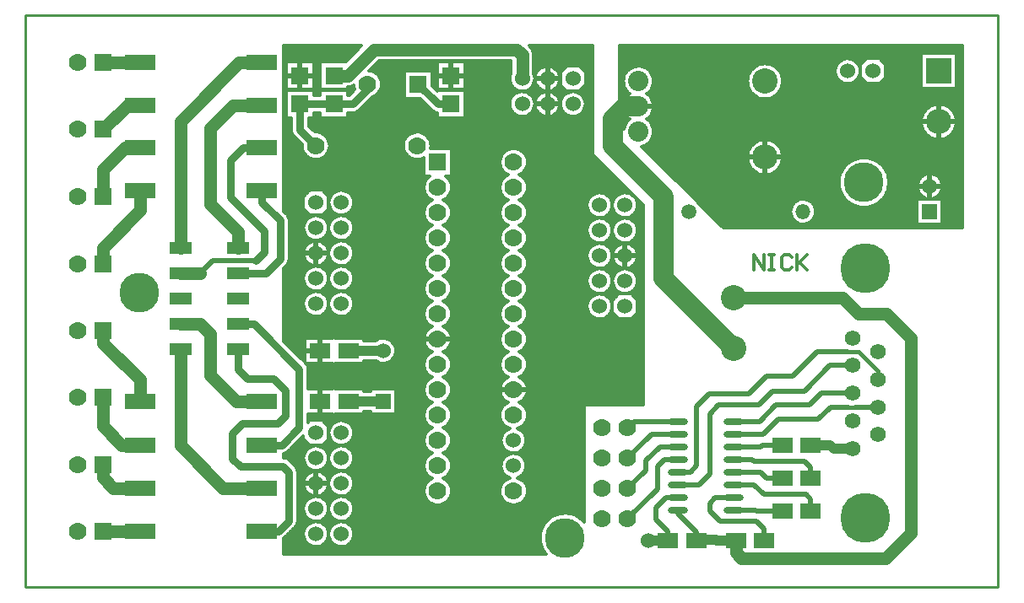
<source format=gtl>
%FSLAX23Y23*%
%MOIN*%
G70*
G01*
G75*
%ADD10C,0.012*%
%ADD11R,0.083X0.060*%
%ADD12R,0.120X0.060*%
%ADD13R,0.070X0.070*%
%ADD14O,0.080X0.024*%
%ADD15R,0.087X0.050*%
%ADD16C,0.020*%
%ADD17C,0.016*%
%ADD18C,0.018*%
%ADD19C,0.080*%
%ADD20C,0.050*%
%ADD21C,0.030*%
%ADD22C,0.040*%
%ADD23C,0.010*%
%ADD24C,0.070*%
%ADD25C,0.080*%
%ADD26C,0.100*%
%ADD27R,0.100X0.100*%
%ADD28C,0.157*%
%ADD29C,0.197*%
%ADD30C,0.062*%
%ADD31O,0.060X0.059*%
%ADD32C,0.059*%
%ADD33C,0.060*%
%ADD34R,0.060X0.060*%
D10*
X9274Y6933D02*
X9279Y6940D01*
X9283Y6949D01*
X9284Y6958D01*
X9274Y6933D02*
X9279Y6941D01*
X9283Y6949D01*
X9284Y6958D01*
X9407Y6906D02*
X9406Y6916D01*
X9403Y6926D01*
X9398Y6935D01*
X9391Y6942D01*
X9383Y6948D01*
X9374Y6953D01*
X9365Y6955D01*
X9354Y6956D01*
X9344Y6954D01*
X9335Y6951D01*
X9326Y6946D01*
X9319Y6939D01*
X9313Y6930D01*
X9309Y6921D01*
X9307Y6911D01*
Y6901D01*
X9309Y6891D01*
X9313Y6882D01*
X9319Y6873D01*
X9326Y6866D01*
X9335Y6861D01*
X9344Y6858D01*
X9354Y6856D01*
X9365Y6857D01*
X9374Y6859D01*
X9383Y6864D01*
X9391Y6870D01*
X9398Y6877D01*
X9403Y6886D01*
X9406Y6896D01*
X9407Y6906D01*
Y7006D02*
X9406Y7016D01*
X9403Y7026D01*
X9398Y7035D01*
X9391Y7042D01*
X9383Y7048D01*
X9374Y7053D01*
X9365Y7055D01*
X9354Y7056D01*
X9344Y7054D01*
X9335Y7051D01*
X9326Y7046D01*
X9319Y7039D01*
X9313Y7030D01*
X9309Y7021D01*
X9307Y7011D01*
Y7001D01*
X9309Y6991D01*
X9313Y6982D01*
X9319Y6973D01*
X9326Y6966D01*
X9335Y6961D01*
X9344Y6958D01*
X9354Y6956D01*
X9365Y6957D01*
X9374Y6959D01*
X9383Y6964D01*
X9391Y6970D01*
X9398Y6977D01*
X9403Y6986D01*
X9406Y6996D01*
X9407Y7006D01*
X9284Y7151D02*
X9283Y7160D01*
X9279Y7169D01*
X9274Y7176D01*
X9251Y7199D02*
X9241Y7206D01*
X9230Y7209D01*
X9251Y7199D02*
X9241Y7206D01*
X9230Y7209D01*
X9284Y7151D02*
X9283Y7160D01*
X9279Y7169D01*
X9274Y7176D01*
X9407Y7106D02*
X9406Y7116D01*
X9403Y7126D01*
X9398Y7135D01*
X9391Y7142D01*
X9383Y7148D01*
X9374Y7153D01*
X9365Y7155D01*
X9354Y7156D01*
X9344Y7154D01*
X9335Y7151D01*
X9326Y7146D01*
X9319Y7139D01*
X9313Y7130D01*
X9309Y7121D01*
X9307Y7111D01*
Y7101D01*
X9309Y7091D01*
X9313Y7082D01*
X9319Y7073D01*
X9326Y7066D01*
X9335Y7061D01*
X9344Y7058D01*
X9354Y7056D01*
X9365Y7057D01*
X9374Y7059D01*
X9383Y7064D01*
X9391Y7070D01*
X9398Y7077D01*
X9403Y7086D01*
X9406Y7096D01*
X9407Y7106D01*
X9230Y7225D02*
X9240Y7228D01*
X9248Y7234D01*
X9230Y7225D02*
X9240Y7228D01*
X9248Y7234D01*
X9357Y7256D02*
X9347Y7255D01*
X9338Y7252D01*
X9329Y7248D01*
X9322Y7241D01*
X9315Y7234D01*
X9311Y7225D01*
X9308Y7216D01*
X9307Y7206D01*
X9308Y7196D01*
X9311Y7187D01*
X9315Y7178D01*
X9322Y7171D01*
X9329Y7164D01*
X9338Y7160D01*
X9347Y7157D01*
X9357Y7156D01*
X9367Y7157D01*
X9376Y7160D01*
X9385Y7164D01*
X9392Y7171D01*
X9399Y7178D01*
X9403Y7187D01*
X9406Y7196D01*
X9407Y7206D01*
X9325Y7557D02*
X9324Y7566D01*
X9321Y7574D01*
X9315Y7581D01*
X9325Y7557D02*
X9324Y7566D01*
X9321Y7574D01*
X9315Y7581D01*
X9407Y7206D02*
X9406Y7216D01*
X9403Y7225D01*
X9399Y7234D01*
X9392Y7241D01*
X9385Y7248D01*
X9376Y7252D01*
X9367Y7255D01*
X9357Y7256D01*
X9507Y6906D02*
X9506Y6916D01*
X9503Y6926D01*
X9498Y6935D01*
X9491Y6942D01*
X9483Y6948D01*
X9474Y6953D01*
X9465Y6955D01*
X9454Y6956D01*
X9444Y6954D01*
X9435Y6951D01*
X9426Y6946D01*
X9419Y6939D01*
X9413Y6930D01*
X9409Y6921D01*
X9407Y6911D01*
Y6901D01*
X9409Y6891D01*
X9413Y6882D01*
X9419Y6873D01*
X9426Y6866D01*
X9435Y6861D01*
X9444Y6858D01*
X9454Y6856D01*
X9465Y6857D01*
X9474Y6859D01*
X9483Y6864D01*
X9491Y6870D01*
X9498Y6877D01*
X9503Y6886D01*
X9506Y6896D01*
X9507Y6906D01*
Y7006D02*
X9506Y7016D01*
X9503Y7026D01*
X9498Y7035D01*
X9491Y7042D01*
X9483Y7048D01*
X9474Y7053D01*
X9465Y7055D01*
X9454Y7056D01*
X9444Y7054D01*
X9435Y7051D01*
X9426Y7046D01*
X9419Y7039D01*
X9413Y7030D01*
X9409Y7021D01*
X9407Y7011D01*
Y7001D01*
X9409Y6991D01*
X9413Y6982D01*
X9419Y6973D01*
X9426Y6966D01*
X9435Y6961D01*
X9444Y6958D01*
X9454Y6956D01*
X9465Y6957D01*
X9474Y6959D01*
X9483Y6964D01*
X9491Y6970D01*
X9498Y6977D01*
X9503Y6986D01*
X9506Y6996D01*
X9507Y7006D01*
Y7106D02*
X9506Y7116D01*
X9503Y7126D01*
X9498Y7135D01*
X9491Y7142D01*
X9483Y7148D01*
X9474Y7153D01*
X9465Y7155D01*
X9454Y7156D01*
X9444Y7154D01*
X9435Y7151D01*
X9426Y7146D01*
X9419Y7139D01*
X9413Y7130D01*
X9409Y7121D01*
X9407Y7111D01*
Y7101D01*
X9409Y7091D01*
X9413Y7082D01*
X9419Y7073D01*
X9426Y7066D01*
X9435Y7061D01*
X9444Y7058D01*
X9454Y7056D01*
X9465Y7057D01*
X9474Y7059D01*
X9483Y7064D01*
X9491Y7070D01*
X9498Y7077D01*
X9503Y7086D01*
X9506Y7096D01*
X9507Y7106D01*
Y7206D02*
X9506Y7216D01*
X9503Y7226D01*
X9498Y7235D01*
X9491Y7242D01*
X9483Y7248D01*
X9474Y7253D01*
X9465Y7255D01*
X9454Y7256D01*
X9444Y7254D01*
X9435Y7251D01*
X9426Y7246D01*
X9419Y7239D01*
X9413Y7230D01*
X9409Y7221D01*
X9407Y7211D01*
Y7201D01*
X9409Y7191D01*
X9413Y7182D01*
X9419Y7173D01*
X9426Y7166D01*
X9435Y7161D01*
X9444Y7158D01*
X9454Y7156D01*
X9465Y7157D01*
X9474Y7159D01*
X9483Y7164D01*
X9491Y7170D01*
X9498Y7177D01*
X9503Y7186D01*
X9506Y7196D01*
X9507Y7206D01*
X9407Y7306D02*
X9408Y7296D01*
X9411Y7287D01*
X9415Y7278D01*
X9422Y7271D01*
X9429Y7264D01*
X9438Y7260D01*
X9447Y7257D01*
X9457Y7256D01*
X9467Y7257D01*
X9476Y7260D01*
X9485Y7264D01*
X9492Y7271D01*
X9499Y7278D01*
X9503Y7287D01*
X9506Y7296D01*
X9507Y7306D01*
X9506Y7316D01*
X9503Y7325D01*
X9499Y7334D01*
X9492Y7341D01*
X9485Y7348D01*
X9476Y7352D01*
X9467Y7355D01*
X9457Y7356D01*
X9447Y7355D01*
X9438Y7352D01*
X9429Y7348D01*
X9422Y7341D01*
X9415Y7334D01*
X9411Y7325D01*
X9408Y7316D01*
X9407Y7306D01*
X9814Y7126D02*
X9806Y7121D01*
X9798Y7115D01*
X9792Y7107D01*
X9787Y7099D01*
X9784Y7090D01*
X9782Y7080D01*
X9782Y7070D01*
X9784Y7060D01*
X9788Y7051D01*
X9793Y7043D01*
X9800Y7036D01*
X9807Y7030D01*
X9816Y7025D01*
X9825Y7022D01*
X9835Y7021D01*
X9845Y7022D01*
X9854Y7024D01*
X9863Y7028D01*
X9872Y7033D01*
X9879Y7040D01*
X9884Y7048D01*
X9889Y7057D01*
X9891Y7066D01*
X9892Y7076D01*
X9814Y7226D02*
X9806Y7221D01*
X9798Y7215D01*
X9792Y7208D01*
X9787Y7199D01*
X9784Y7190D01*
X9782Y7181D01*
Y7171D01*
X9784Y7162D01*
X9787Y7153D01*
X9792Y7144D01*
X9798Y7137D01*
X9806Y7131D01*
X9814Y7126D01*
Y7326D02*
X9806Y7321D01*
X9798Y7315D01*
X9792Y7308D01*
X9787Y7299D01*
X9784Y7290D01*
X9782Y7281D01*
Y7271D01*
X9784Y7262D01*
X9787Y7253D01*
X9792Y7244D01*
X9798Y7237D01*
X9806Y7231D01*
X9814Y7226D01*
X9592Y7591D02*
X9601Y7586D01*
X9610Y7582D01*
X9620Y7581D01*
X9630Y7582D01*
X9640Y7584D01*
X9649Y7589D01*
X9657Y7595D01*
X9663Y7603D01*
X9668Y7611D01*
X9671Y7621D01*
X9672Y7631D01*
X9814Y7426D02*
X9806Y7421D01*
X9798Y7415D01*
X9792Y7408D01*
X9787Y7399D01*
X9784Y7390D01*
X9782Y7381D01*
Y7371D01*
X9784Y7362D01*
X9787Y7353D01*
X9792Y7344D01*
X9798Y7337D01*
X9806Y7331D01*
X9814Y7326D01*
Y7526D02*
X9806Y7521D01*
X9798Y7515D01*
X9792Y7508D01*
X9787Y7499D01*
X9784Y7490D01*
X9782Y7481D01*
Y7471D01*
X9784Y7462D01*
X9787Y7453D01*
X9792Y7444D01*
X9798Y7437D01*
X9806Y7431D01*
X9814Y7426D01*
X9672Y7631D02*
X9671Y7641D01*
X9668Y7651D01*
X9663Y7659D01*
X9657Y7667D01*
X9649Y7673D01*
X9640Y7678D01*
X9630Y7680D01*
X9620Y7681D01*
X9610Y7680D01*
X9601Y7676D01*
X9592Y7671D01*
X9814Y7626D02*
X9806Y7621D01*
X9798Y7615D01*
X9792Y7608D01*
X9787Y7599D01*
X9784Y7590D01*
X9782Y7581D01*
Y7571D01*
X9784Y7562D01*
X9787Y7553D01*
X9792Y7544D01*
X9798Y7537D01*
X9806Y7531D01*
X9814Y7526D01*
Y7726D02*
X9806Y7721D01*
X9798Y7715D01*
X9792Y7708D01*
X9787Y7699D01*
X9784Y7690D01*
X9782Y7681D01*
Y7671D01*
X9784Y7662D01*
X9787Y7653D01*
X9792Y7644D01*
X9798Y7637D01*
X9806Y7631D01*
X9814Y7626D01*
Y7826D02*
X9806Y7821D01*
X9798Y7815D01*
X9792Y7808D01*
X9787Y7799D01*
X9784Y7790D01*
X9782Y7781D01*
Y7771D01*
X9784Y7762D01*
X9787Y7753D01*
X9792Y7744D01*
X9798Y7737D01*
X9806Y7731D01*
X9814Y7726D01*
X9241Y7969D02*
X9246Y7976D01*
X9250Y7985D01*
X9251Y7994D01*
X9241Y7969D02*
X9246Y7977D01*
X9250Y7985D01*
X9251Y7994D01*
X9407Y7816D02*
X9406Y7826D01*
X9403Y7836D01*
X9398Y7845D01*
X9391Y7852D01*
X9383Y7858D01*
X9374Y7863D01*
X9365Y7865D01*
X9354Y7866D01*
X9344Y7864D01*
X9335Y7861D01*
X9326Y7856D01*
X9319Y7849D01*
X9313Y7840D01*
X9309Y7831D01*
X9307Y7821D01*
Y7811D01*
X9309Y7801D01*
X9313Y7792D01*
X9319Y7783D01*
X9326Y7776D01*
X9335Y7771D01*
X9344Y7768D01*
X9354Y7766D01*
X9365Y7767D01*
X9374Y7769D01*
X9383Y7774D01*
X9391Y7780D01*
X9398Y7787D01*
X9403Y7796D01*
X9406Y7806D01*
X9407Y7816D01*
Y7916D02*
X9406Y7926D01*
X9403Y7936D01*
X9398Y7945D01*
X9391Y7952D01*
X9383Y7958D01*
X9374Y7963D01*
X9365Y7965D01*
X9354Y7966D01*
X9344Y7964D01*
X9335Y7961D01*
X9326Y7956D01*
X9319Y7949D01*
X9313Y7940D01*
X9309Y7931D01*
X9307Y7921D01*
Y7911D01*
X9309Y7901D01*
X9313Y7892D01*
X9319Y7883D01*
X9326Y7876D01*
X9335Y7871D01*
X9344Y7868D01*
X9354Y7866D01*
X9365Y7867D01*
X9374Y7869D01*
X9383Y7874D01*
X9391Y7880D01*
X9398Y7887D01*
X9403Y7896D01*
X9406Y7906D01*
X9407Y7916D01*
Y8016D02*
X9406Y8026D01*
X9403Y8036D01*
X9398Y8045D01*
X9391Y8052D01*
X9383Y8058D01*
X9374Y8063D01*
X9365Y8065D01*
X9354Y8066D01*
X9344Y8064D01*
X9335Y8061D01*
X9326Y8056D01*
X9319Y8049D01*
X9313Y8040D01*
X9309Y8031D01*
X9307Y8021D01*
Y8011D01*
X9309Y8001D01*
X9313Y7992D01*
X9319Y7983D01*
X9326Y7976D01*
X9335Y7971D01*
X9344Y7968D01*
X9354Y7966D01*
X9365Y7967D01*
X9374Y7969D01*
X9383Y7974D01*
X9391Y7980D01*
X9398Y7987D01*
X9403Y7996D01*
X9406Y8006D01*
X9407Y8016D01*
X9251Y8146D02*
X9250Y8155D01*
X9246Y8164D01*
X9241Y8171D01*
X9251Y8146D02*
X9250Y8155D01*
X9246Y8164D01*
X9241Y8171D01*
X9357Y8166D02*
X9347Y8165D01*
X9338Y8162D01*
X9329Y8158D01*
X9322Y8151D01*
X9315Y8144D01*
X9311Y8135D01*
X9308Y8126D01*
X9307Y8116D01*
X9308Y8106D01*
X9311Y8097D01*
X9315Y8088D01*
X9322Y8081D01*
X9329Y8074D01*
X9338Y8070D01*
X9347Y8067D01*
X9357Y8066D01*
X9367Y8067D01*
X9376Y8070D01*
X9385Y8074D01*
X9392Y8081D01*
X9399Y8088D01*
X9403Y8097D01*
X9406Y8106D01*
X9407Y8116D01*
X9406Y8126D01*
X9403Y8135D01*
X9399Y8144D01*
X9392Y8151D01*
X9385Y8158D01*
X9376Y8162D01*
X9367Y8165D01*
X9357Y8166D01*
X9258Y8504D02*
X9259Y8495D01*
X9263Y8486D01*
X9268Y8479D01*
X9258Y8504D02*
X9259Y8495D01*
X9263Y8487D01*
X9268Y8479D01*
X9301Y8446D02*
X9301Y8436D01*
X9303Y8427D01*
X9306Y8417D01*
X9311Y8409D01*
X9318Y8401D01*
X9326Y8395D01*
X9334Y8391D01*
X9344Y8387D01*
X9353Y8386D01*
X9363Y8386D01*
X9373Y8389D01*
X9382Y8393D01*
X9390Y8398D01*
X9397Y8405D01*
X9403Y8413D01*
X9407Y8422D01*
X9410Y8431D01*
X9411Y8441D01*
X9410Y8451D01*
X9407Y8461D01*
X9403Y8470D01*
X9397Y8478D01*
X9389Y8485D01*
X9380Y8490D01*
X9371Y8494D01*
X9361Y8496D01*
X9351Y8496D01*
X9507Y7816D02*
X9506Y7826D01*
X9503Y7836D01*
X9498Y7845D01*
X9491Y7852D01*
X9483Y7858D01*
X9474Y7863D01*
X9465Y7865D01*
X9454Y7866D01*
X9444Y7864D01*
X9435Y7861D01*
X9426Y7856D01*
X9419Y7849D01*
X9413Y7840D01*
X9409Y7831D01*
X9407Y7821D01*
Y7811D01*
X9409Y7801D01*
X9413Y7792D01*
X9419Y7783D01*
X9426Y7776D01*
X9435Y7771D01*
X9444Y7768D01*
X9454Y7766D01*
X9465Y7767D01*
X9474Y7769D01*
X9483Y7774D01*
X9491Y7780D01*
X9498Y7787D01*
X9503Y7796D01*
X9506Y7806D01*
X9507Y7816D01*
Y7916D02*
X9506Y7926D01*
X9503Y7936D01*
X9498Y7945D01*
X9491Y7952D01*
X9483Y7958D01*
X9474Y7963D01*
X9465Y7965D01*
X9454Y7966D01*
X9444Y7964D01*
X9435Y7961D01*
X9426Y7956D01*
X9419Y7949D01*
X9413Y7940D01*
X9409Y7931D01*
X9407Y7921D01*
Y7911D01*
X9409Y7901D01*
X9413Y7892D01*
X9419Y7883D01*
X9426Y7876D01*
X9435Y7871D01*
X9444Y7868D01*
X9454Y7866D01*
X9465Y7867D01*
X9474Y7869D01*
X9483Y7874D01*
X9491Y7880D01*
X9498Y7887D01*
X9503Y7896D01*
X9506Y7906D01*
X9507Y7916D01*
Y8016D02*
X9506Y8026D01*
X9503Y8036D01*
X9498Y8045D01*
X9491Y8052D01*
X9483Y8058D01*
X9474Y8063D01*
X9465Y8065D01*
X9454Y8066D01*
X9444Y8064D01*
X9435Y8061D01*
X9426Y8056D01*
X9419Y8049D01*
X9413Y8040D01*
X9409Y8031D01*
X9407Y8021D01*
Y8011D01*
X9409Y8001D01*
X9413Y7992D01*
X9419Y7983D01*
X9426Y7976D01*
X9435Y7971D01*
X9444Y7968D01*
X9454Y7966D01*
X9465Y7967D01*
X9474Y7969D01*
X9483Y7974D01*
X9491Y7980D01*
X9498Y7987D01*
X9503Y7996D01*
X9506Y8006D01*
X9507Y8016D01*
Y8116D02*
X9506Y8126D01*
X9503Y8136D01*
X9498Y8145D01*
X9491Y8152D01*
X9483Y8158D01*
X9474Y8163D01*
X9465Y8165D01*
X9454Y8166D01*
X9444Y8164D01*
X9435Y8161D01*
X9426Y8156D01*
X9419Y8149D01*
X9413Y8140D01*
X9409Y8131D01*
X9407Y8121D01*
Y8111D01*
X9409Y8101D01*
X9413Y8092D01*
X9419Y8083D01*
X9426Y8076D01*
X9435Y8071D01*
X9444Y8068D01*
X9454Y8066D01*
X9465Y8067D01*
X9474Y8069D01*
X9483Y8074D01*
X9491Y8080D01*
X9498Y8087D01*
X9503Y8096D01*
X9506Y8106D01*
X9507Y8116D01*
X9407Y8216D02*
X9408Y8206D01*
X9411Y8197D01*
X9415Y8188D01*
X9422Y8181D01*
X9429Y8174D01*
X9438Y8170D01*
X9447Y8167D01*
X9457Y8166D01*
X9467Y8167D01*
X9476Y8170D01*
X9485Y8174D01*
X9492Y8181D01*
X9499Y8188D01*
X9503Y8197D01*
X9506Y8206D01*
X9507Y8216D01*
X9506Y8226D01*
X9503Y8235D01*
X9499Y8244D01*
X9492Y8251D01*
X9485Y8258D01*
X9476Y8262D01*
X9467Y8265D01*
X9457Y8266D01*
X9447Y8265D01*
X9438Y8262D01*
X9429Y8258D01*
X9422Y8251D01*
X9415Y8244D01*
X9411Y8235D01*
X9408Y8226D01*
X9407Y8216D01*
X9814Y7926D02*
X9806Y7921D01*
X9798Y7915D01*
X9792Y7908D01*
X9787Y7899D01*
X9784Y7890D01*
X9782Y7881D01*
Y7871D01*
X9784Y7862D01*
X9787Y7853D01*
X9792Y7844D01*
X9798Y7837D01*
X9806Y7831D01*
X9814Y7826D01*
Y8026D02*
X9806Y8021D01*
X9798Y8015D01*
X9792Y8008D01*
X9787Y7999D01*
X9784Y7990D01*
X9782Y7981D01*
Y7971D01*
X9784Y7962D01*
X9787Y7953D01*
X9792Y7944D01*
X9798Y7937D01*
X9806Y7931D01*
X9814Y7926D01*
Y8126D02*
X9806Y8121D01*
X9798Y8115D01*
X9792Y8108D01*
X9787Y8099D01*
X9784Y8090D01*
X9782Y8081D01*
Y8071D01*
X9784Y8062D01*
X9787Y8053D01*
X9792Y8044D01*
X9798Y8037D01*
X9806Y8031D01*
X9814Y8026D01*
Y8226D02*
X9806Y8221D01*
X9798Y8215D01*
X9792Y8208D01*
X9787Y8199D01*
X9784Y8190D01*
X9782Y8181D01*
Y8171D01*
X9784Y8162D01*
X9787Y8153D01*
X9792Y8144D01*
X9798Y8137D01*
X9806Y8131D01*
X9814Y8126D01*
X9805Y8321D02*
X9798Y8315D01*
X9792Y8307D01*
X9787Y8299D01*
X9784Y8290D01*
X9782Y8281D01*
X9782Y8271D01*
X9784Y8262D01*
X9787Y8253D01*
X9792Y8244D01*
X9798Y8237D01*
X9806Y8231D01*
X9814Y8226D01*
X9502Y8571D02*
X9511Y8572D01*
X9520Y8576D01*
X9527Y8582D01*
X9502Y8571D02*
X9511Y8572D01*
X9520Y8576D01*
X9527Y8582D01*
X9505Y8680D02*
X9507Y8671D01*
X9509Y8663D01*
X9483Y8674D02*
X9494Y8675D01*
X9505Y8680D01*
X9483Y8674D02*
X9494Y8675D01*
X9505Y8680D01*
X9577Y8632D02*
X9586Y8636D01*
X9594Y8641D01*
X9602Y8648D01*
X9607Y8656D01*
X9612Y8665D01*
X9614Y8674D01*
X9615Y8684D01*
X9811Y8441D02*
X9810Y8451D01*
X9808Y8460D01*
X9803Y8469D01*
X9797Y8477D01*
X9790Y8484D01*
X9782Y8489D01*
X9773Y8493D01*
X9763Y8496D01*
X9754Y8496D01*
X9744Y8495D01*
X9734Y8492D01*
X9726Y8487D01*
X9718Y8481D01*
X9712Y8473D01*
X9706Y8465D01*
X9703Y8456D01*
X9701Y8446D01*
X9701Y8436D01*
X9703Y8426D01*
X9706Y8417D01*
X9711Y8409D01*
X9718Y8401D01*
X9726Y8395D01*
X9734Y8390D01*
X9744Y8387D01*
X9753Y8386D01*
X9763Y8386D01*
X9773Y8389D01*
X9782Y8393D01*
X9615Y8684D02*
X9614Y8694D01*
X9611Y8704D01*
X9607Y8713D01*
X9601Y8721D01*
X9594Y8727D01*
X9585Y8733D01*
X9576Y8737D01*
X9566Y8739D01*
X9892Y7076D02*
X9891Y7086D01*
X9888Y7096D01*
X9883Y7106D01*
X9877Y7114D01*
X9869Y7121D01*
X9860Y7126D01*
X9869Y7131D01*
X9877Y7138D01*
X9883Y7146D01*
X9888Y7156D01*
X9891Y7166D01*
X9892Y7176D01*
X9891Y7186D01*
X9888Y7196D01*
X9883Y7206D01*
X9877Y7214D01*
X9869Y7221D01*
X9860Y7226D01*
X9869Y7231D01*
X9877Y7238D01*
X9883Y7246D01*
X9888Y7256D01*
X9891Y7266D01*
X9892Y7276D01*
X9891Y7286D01*
X9888Y7296D01*
X9883Y7306D01*
X9877Y7314D01*
X9869Y7321D01*
X9860Y7326D01*
X9869Y7331D01*
X9877Y7338D01*
X9883Y7346D01*
X9888Y7356D01*
X9891Y7366D01*
X9892Y7376D01*
X9891Y7386D01*
X9888Y7396D01*
X9883Y7406D01*
X9877Y7414D01*
X9869Y7421D01*
X9860Y7426D01*
X9869Y7431D01*
X9877Y7438D01*
X9883Y7446D01*
X9888Y7456D01*
X9891Y7466D01*
X9892Y7476D01*
X9891Y7486D01*
X9888Y7496D01*
X9883Y7506D01*
X9877Y7514D01*
X9869Y7521D01*
X9860Y7526D01*
X10114Y7426D02*
X10105Y7421D01*
X10097Y7414D01*
X10091Y7406D01*
X10086Y7397D01*
X10083Y7388D01*
X10082Y7377D01*
X10083Y7367D01*
X10085Y7357D01*
X10090Y7348D01*
X10096Y7340D01*
X10103Y7333D01*
X10112Y7327D01*
X10121Y7323D01*
X9860Y7526D02*
X9869Y7531D01*
X9877Y7538D01*
X9883Y7546D01*
X9888Y7556D01*
X9891Y7566D01*
X9892Y7576D01*
X9891Y7586D01*
X9888Y7596D01*
X9883Y7606D01*
X9877Y7614D01*
X9869Y7621D01*
X9860Y7626D01*
X9869Y7631D01*
X9877Y7638D01*
X9883Y7646D01*
X9888Y7656D01*
X9891Y7666D01*
X9892Y7676D01*
X9891Y7686D01*
X9888Y7696D01*
X9883Y7706D01*
X9877Y7714D01*
X9869Y7721D01*
X9860Y7726D01*
X9869Y7731D01*
X9877Y7738D01*
X9883Y7746D01*
X9888Y7756D01*
X9891Y7766D01*
X9892Y7776D01*
X9891Y7786D01*
X9888Y7796D01*
X9883Y7806D01*
X9877Y7814D01*
X9869Y7821D01*
X9860Y7826D01*
X9869Y7831D01*
X9877Y7838D01*
X9883Y7846D01*
X9888Y7856D01*
X9891Y7866D01*
X9892Y7876D01*
X9891Y7886D01*
X9888Y7896D01*
X9883Y7906D01*
X9877Y7914D01*
X9869Y7921D01*
X9860Y7926D01*
X9869Y7931D01*
X9877Y7938D01*
X9883Y7946D01*
X9888Y7956D01*
X9891Y7966D01*
X9892Y7976D01*
X10114Y7526D02*
X10106Y7521D01*
X10098Y7515D01*
X10092Y7508D01*
X10087Y7499D01*
X10084Y7490D01*
X10082Y7481D01*
Y7471D01*
X10084Y7462D01*
X10087Y7453D01*
X10092Y7444D01*
X10098Y7437D01*
X10106Y7431D01*
X10114Y7426D01*
Y7626D02*
X10106Y7621D01*
X10098Y7615D01*
X10092Y7608D01*
X10087Y7599D01*
X10084Y7590D01*
X10082Y7581D01*
Y7571D01*
X10084Y7562D01*
X10087Y7553D01*
X10092Y7544D01*
X10098Y7537D01*
X10106Y7531D01*
X10114Y7526D01*
Y7726D02*
X10106Y7721D01*
X10098Y7715D01*
X10092Y7708D01*
X10087Y7699D01*
X10084Y7690D01*
X10082Y7681D01*
Y7671D01*
X10084Y7662D01*
X10087Y7653D01*
X10092Y7644D01*
X10098Y7637D01*
X10106Y7631D01*
X10114Y7626D01*
Y7826D02*
X10106Y7821D01*
X10098Y7815D01*
X10092Y7808D01*
X10087Y7799D01*
X10084Y7790D01*
X10082Y7781D01*
Y7771D01*
X10084Y7762D01*
X10087Y7753D01*
X10092Y7744D01*
X10098Y7737D01*
X10106Y7731D01*
X10114Y7726D01*
Y7926D02*
X10106Y7921D01*
X10098Y7915D01*
X10092Y7908D01*
X10087Y7899D01*
X10084Y7890D01*
X10082Y7881D01*
Y7871D01*
X10084Y7862D01*
X10087Y7853D01*
X10092Y7844D01*
X10098Y7837D01*
X10106Y7831D01*
X10114Y7826D01*
Y8026D02*
X10106Y8021D01*
X10098Y8015D01*
X10092Y8008D01*
X10087Y7999D01*
X10084Y7990D01*
X10082Y7981D01*
Y7971D01*
X10084Y7962D01*
X10087Y7953D01*
X10092Y7944D01*
X10098Y7937D01*
X10106Y7931D01*
X10114Y7926D01*
X10121Y7129D02*
X10112Y7125D01*
X10103Y7119D01*
X10096Y7112D01*
X10090Y7104D01*
X10085Y7095D01*
X10083Y7085D01*
X10082Y7075D01*
X10083Y7065D01*
X10086Y7056D01*
X10091Y7047D01*
X10097Y7039D01*
X10104Y7032D01*
X10113Y7027D01*
X10122Y7023D01*
X10132Y7021D01*
X10142Y7021D01*
X10152Y7023D01*
X10162Y7027D01*
X10170Y7032D01*
X10178Y7039D01*
X10184Y7047D01*
X10188Y7056D01*
X10191Y7066D01*
X10192Y7076D01*
Y7076D02*
X10191Y7086D01*
X10188Y7096D01*
X10184Y7105D01*
X10178Y7113D01*
X10171Y7119D01*
X10162Y7125D01*
X10153Y7129D01*
X10187Y7176D02*
X10186Y7186D01*
X10183Y7195D01*
X10178Y7204D01*
X10172Y7212D01*
X10164Y7218D01*
X10155Y7223D01*
X10146Y7225D01*
X10136Y7226D01*
X10126Y7225D01*
X10116Y7222D01*
X10108Y7217D01*
X10100Y7210D01*
X10094Y7202D01*
X10090Y7193D01*
X10088Y7184D01*
X10087Y7174D01*
X10089Y7164D01*
X10092Y7154D01*
X10097Y7146D01*
X10104Y7139D01*
X10112Y7133D01*
X10121Y7129D01*
Y7323D02*
X10112Y7319D01*
X10104Y7313D01*
X10097Y7306D01*
X10092Y7298D01*
X10089Y7288D01*
X10087Y7278D01*
X10088Y7269D01*
X10090Y7259D01*
X10094Y7250D01*
X10100Y7242D01*
X10108Y7235D01*
X10116Y7230D01*
X10126Y7227D01*
X10136Y7226D01*
X10146Y7227D01*
X10155Y7229D01*
X10164Y7234D01*
X10172Y7240D01*
X10178Y7248D01*
X10183Y7257D01*
X10186Y7266D01*
X10187Y7276D01*
X10153Y7129D02*
X10162Y7133D01*
X10171Y7139D01*
X10178Y7147D01*
X10183Y7156D01*
X10186Y7166D01*
X10187Y7176D01*
Y7276D02*
X10186Y7286D01*
X10183Y7296D01*
X10178Y7305D01*
X10171Y7313D01*
X10162Y7319D01*
X10153Y7323D01*
X10162Y7327D01*
X10171Y7333D01*
X10178Y7339D01*
X10184Y7347D01*
X10188Y7356D01*
X10191Y7366D01*
X10192Y7376D01*
X10191Y7386D01*
X10188Y7396D01*
X10183Y7406D01*
X10177Y7414D01*
X10169Y7421D01*
X10160Y7426D01*
X10169Y7431D01*
X10177Y7438D01*
X10183Y7446D01*
X10188Y7456D01*
X10191Y7466D01*
X10192Y7476D01*
X10191Y7486D01*
X10188Y7496D01*
X10183Y7506D01*
X10177Y7514D01*
X10169Y7521D01*
X10160Y7526D01*
X10169Y7531D01*
X10177Y7538D01*
X10183Y7546D01*
X10188Y7556D01*
X10191Y7566D01*
X10192Y7576D01*
X10191Y7586D01*
X10188Y7596D01*
X10183Y7606D01*
X10177Y7614D01*
X10169Y7621D01*
X10160Y7626D01*
X10169Y7631D01*
X10177Y7638D01*
X10183Y7646D01*
X10188Y7656D01*
X10191Y7666D01*
X10192Y7676D01*
X10191Y7686D01*
X10188Y7696D01*
X10183Y7706D01*
X10177Y7714D01*
X10169Y7721D01*
X10160Y7726D01*
X10415Y6955D02*
X10408Y6963D01*
X10400Y6969D01*
X10392Y6975D01*
X10383Y6980D01*
X10374Y6984D01*
X10365Y6987D01*
X10355Y6989D01*
X10345Y6990D01*
X10335Y6990D01*
X10325Y6989D01*
X10315Y6987D01*
X10305Y6984D01*
X10296Y6980D01*
X10287Y6975D01*
X10279Y6969D01*
X10272Y6962D01*
X10265Y6955D01*
X10259Y6947D01*
X10253Y6938D01*
X10249Y6929D01*
X10246Y6920D01*
X10243Y6910D01*
X10242Y6900D01*
X10241Y6890D01*
X10242Y6880D01*
X10243Y6870D01*
X10246Y6861D01*
X10250Y6851D01*
X10254Y6842D01*
X10259Y6834D01*
X10266Y6826D01*
X10160Y7726D02*
X10169Y7731D01*
X10177Y7738D01*
X10183Y7746D01*
X10188Y7756D01*
X10191Y7766D01*
X10192Y7776D01*
X10527Y7806D02*
X10526Y7816D01*
X10523Y7826D01*
X10518Y7835D01*
X10511Y7842D01*
X10503Y7848D01*
X10494Y7853D01*
X10485Y7855D01*
X10474Y7856D01*
X10464Y7854D01*
X10455Y7851D01*
X10446Y7846D01*
X10439Y7839D01*
X10433Y7830D01*
X10429Y7821D01*
X10427Y7811D01*
Y7801D01*
X10429Y7791D01*
X10433Y7782D01*
X10439Y7773D01*
X10446Y7766D01*
X10455Y7761D01*
X10464Y7758D01*
X10474Y7756D01*
X10485Y7757D01*
X10494Y7759D01*
X10503Y7764D01*
X10511Y7770D01*
X10518Y7777D01*
X10523Y7786D01*
X10526Y7796D01*
X10527Y7806D01*
X10192Y7776D02*
X10191Y7786D01*
X10188Y7796D01*
X10183Y7806D01*
X10177Y7814D01*
X10169Y7821D01*
X10160Y7826D01*
X10169Y7831D01*
X10177Y7838D01*
X10183Y7846D01*
X10188Y7856D01*
X10191Y7866D01*
X10192Y7876D01*
X10191Y7886D01*
X10188Y7896D01*
X10183Y7906D01*
X10177Y7914D01*
X10169Y7921D01*
X10160Y7926D01*
X10169Y7931D01*
X10177Y7938D01*
X10183Y7946D01*
X10188Y7956D01*
X10191Y7966D01*
X10192Y7976D01*
X10527Y7906D02*
X10526Y7916D01*
X10523Y7926D01*
X10518Y7935D01*
X10511Y7942D01*
X10503Y7948D01*
X10494Y7953D01*
X10485Y7955D01*
X10474Y7956D01*
X10464Y7954D01*
X10455Y7951D01*
X10446Y7946D01*
X10439Y7939D01*
X10433Y7930D01*
X10429Y7921D01*
X10427Y7911D01*
Y7901D01*
X10429Y7891D01*
X10433Y7882D01*
X10439Y7873D01*
X10446Y7866D01*
X10455Y7861D01*
X10464Y7858D01*
X10474Y7856D01*
X10485Y7857D01*
X10494Y7859D01*
X10503Y7864D01*
X10511Y7870D01*
X10518Y7877D01*
X10523Y7886D01*
X10526Y7896D01*
X10527Y7906D01*
X10627D02*
X10626Y7916D01*
X10623Y7925D01*
X10619Y7934D01*
X10612Y7941D01*
X10605Y7948D01*
X10596Y7952D01*
X10587Y7955D01*
X10577Y7956D01*
X10567Y7955D01*
X10558Y7952D01*
X10549Y7948D01*
X10542Y7941D01*
X10535Y7934D01*
X10531Y7925D01*
X10528Y7916D01*
X10527Y7906D01*
X10528Y7896D01*
X10531Y7887D01*
X10535Y7878D01*
X10542Y7871D01*
X10549Y7864D01*
X10558Y7860D01*
X10567Y7857D01*
X10577Y7856D01*
X10587Y7857D01*
X10596Y7860D01*
X10605Y7864D01*
X10612Y7871D01*
X10619Y7878D01*
X10623Y7887D01*
X10626Y7896D01*
X10627Y7906D01*
X9892Y7976D02*
X9891Y7986D01*
X9888Y7996D01*
X9883Y8006D01*
X9877Y8014D01*
X9869Y8021D01*
X9860Y8026D01*
X9869Y8031D01*
X9877Y8038D01*
X9883Y8046D01*
X9888Y8056D01*
X9891Y8066D01*
X9892Y8076D01*
X9891Y8086D01*
X9888Y8096D01*
X9883Y8106D01*
X9877Y8114D01*
X9869Y8121D01*
X9860Y8126D01*
X9869Y8131D01*
X9877Y8138D01*
X9883Y8146D01*
X9888Y8156D01*
X9891Y8166D01*
X9892Y8176D01*
X9891Y8186D01*
X9888Y8196D01*
X9883Y8206D01*
X9877Y8214D01*
X9869Y8221D01*
X9860Y8226D01*
X9869Y8231D01*
X9877Y8238D01*
X9883Y8246D01*
X9888Y8256D01*
X9891Y8266D01*
X9892Y8276D01*
X9891Y8286D01*
X9888Y8297D01*
X9883Y8306D01*
X9877Y8314D01*
X9869Y8321D01*
X9810Y8431D02*
X9811Y8441D01*
X10114Y8126D02*
X10106Y8121D01*
X10098Y8115D01*
X10092Y8108D01*
X10087Y8099D01*
X10084Y8090D01*
X10082Y8081D01*
Y8071D01*
X10084Y8062D01*
X10087Y8053D01*
X10092Y8044D01*
X10098Y8037D01*
X10106Y8031D01*
X10114Y8026D01*
Y8226D02*
X10106Y8221D01*
X10098Y8215D01*
X10092Y8208D01*
X10087Y8199D01*
X10084Y8190D01*
X10082Y8181D01*
Y8171D01*
X10084Y8162D01*
X10087Y8153D01*
X10092Y8144D01*
X10098Y8137D01*
X10106Y8131D01*
X10114Y8126D01*
X10192Y7976D02*
X10191Y7986D01*
X10188Y7996D01*
X10183Y8006D01*
X10177Y8014D01*
X10169Y8021D01*
X10160Y8026D01*
X10169Y8031D01*
X10177Y8038D01*
X10183Y8046D01*
X10188Y8056D01*
X10191Y8066D01*
X10192Y8076D01*
X10191Y8086D01*
X10188Y8096D01*
X10183Y8106D01*
X10177Y8114D01*
X10169Y8121D01*
X10160Y8126D01*
X10169Y8131D01*
X10177Y8138D01*
X10183Y8146D01*
X10188Y8156D01*
X10191Y8166D01*
X10192Y8176D01*
X10191Y8186D01*
X10188Y8196D01*
X10183Y8206D01*
X10177Y8214D01*
X10169Y8221D01*
X10160Y8226D01*
X10114Y8326D02*
X10106Y8321D01*
X10098Y8315D01*
X10092Y8308D01*
X10087Y8299D01*
X10084Y8290D01*
X10082Y8281D01*
Y8271D01*
X10084Y8262D01*
X10087Y8253D01*
X10092Y8244D01*
X10098Y8237D01*
X10106Y8231D01*
X10114Y8226D01*
X10160D02*
X10169Y8231D01*
X10177Y8238D01*
X10183Y8246D01*
X10188Y8256D01*
X10191Y8266D01*
X10192Y8276D01*
X10191Y8286D01*
X10188Y8296D01*
X10183Y8306D01*
X10177Y8314D01*
X10169Y8321D01*
X10160Y8326D01*
X10192Y8376D02*
X10191Y8386D01*
X10189Y8395D01*
X10184Y8404D01*
X10179Y8412D01*
X10172Y8419D01*
X10163Y8424D01*
X10154Y8428D01*
X10145Y8430D01*
X10135Y8431D01*
X10125Y8430D01*
X10116Y8427D01*
X10107Y8422D01*
X10100Y8416D01*
X10093Y8409D01*
X10088Y8401D01*
X10084Y8392D01*
X10082Y8382D01*
X10082Y8372D01*
X10084Y8362D01*
X10087Y8353D01*
X10092Y8345D01*
X10098Y8337D01*
X10106Y8331D01*
X10114Y8326D01*
X10160D02*
X10169Y8331D01*
X10177Y8338D01*
X10183Y8346D01*
X10188Y8356D01*
X10191Y8366D01*
X10192Y8376D01*
X9813Y8582D02*
X9823Y8574D01*
X9835Y8571D01*
X9813Y8582D02*
X9823Y8574D01*
X9835Y8571D01*
X10221Y8606D02*
X10220Y8616D01*
X10217Y8626D01*
X10212Y8635D01*
X10205Y8642D01*
X10197Y8648D01*
X10188Y8653D01*
X10179Y8655D01*
X10168Y8656D01*
X10158Y8654D01*
X10149Y8651D01*
X10140Y8646D01*
X10133Y8639D01*
X10127Y8630D01*
X10123Y8621D01*
X10121Y8611D01*
Y8601D01*
X10123Y8591D01*
X10127Y8582D01*
X10133Y8573D01*
X10140Y8566D01*
X10149Y8561D01*
X10158Y8558D01*
X10168Y8556D01*
X10179Y8557D01*
X10188Y8559D01*
X10197Y8564D01*
X10205Y8570D01*
X10212Y8577D01*
X10217Y8586D01*
X10220Y8596D01*
X10221Y8606D01*
X10126Y8728D02*
X10123Y8718D01*
X10121Y8709D01*
X10122Y8699D01*
X10124Y8689D01*
X10128Y8680D01*
X10134Y8672D01*
X10142Y8665D01*
X10150Y8660D01*
X10160Y8657D01*
X10170Y8656D01*
X10180Y8657D01*
X10189Y8659D01*
X10198Y8664D01*
X10206Y8670D01*
X10212Y8678D01*
X10217Y8687D01*
X10220Y8696D01*
X10221Y8706D01*
X10321Y8606D02*
X10320Y8616D01*
X10317Y8626D01*
X10312Y8635D01*
X10305Y8642D01*
X10297Y8648D01*
X10288Y8653D01*
X10279Y8655D01*
X10268Y8656D01*
X10258Y8654D01*
X10249Y8651D01*
X10240Y8646D01*
X10233Y8639D01*
X10227Y8630D01*
X10223Y8621D01*
X10221Y8611D01*
Y8601D01*
X10223Y8591D01*
X10227Y8582D01*
X10233Y8573D01*
X10240Y8566D01*
X10249Y8561D01*
X10258Y8558D01*
X10268Y8556D01*
X10279Y8557D01*
X10288Y8559D01*
X10297Y8564D01*
X10305Y8570D01*
X10312Y8577D01*
X10317Y8586D01*
X10320Y8596D01*
X10321Y8606D01*
Y8706D02*
X10320Y8716D01*
X10317Y8726D01*
X10312Y8735D01*
X10305Y8742D01*
X10297Y8748D01*
X10288Y8753D01*
X10279Y8755D01*
X10268Y8756D01*
X10258Y8754D01*
X10249Y8751D01*
X10240Y8746D01*
X10233Y8739D01*
X10227Y8730D01*
X10223Y8721D01*
X10221Y8711D01*
Y8701D01*
X10223Y8691D01*
X10227Y8682D01*
X10233Y8673D01*
X10240Y8666D01*
X10249Y8661D01*
X10258Y8658D01*
X10268Y8656D01*
X10279Y8657D01*
X10288Y8659D01*
X10297Y8664D01*
X10305Y8670D01*
X10312Y8677D01*
X10317Y8686D01*
X10320Y8696D01*
X10321Y8706D01*
X10216Y8800D02*
X10215Y8809D01*
X10213Y8817D01*
X10208Y8825D01*
X10203Y8832D01*
X10221Y8706D02*
X10220Y8717D01*
X10216Y8728D01*
Y8800D02*
X10215Y8809D01*
X10213Y8817D01*
X10208Y8825D01*
X10203Y8832D01*
X10527Y8006D02*
X10526Y8016D01*
X10523Y8026D01*
X10518Y8035D01*
X10511Y8042D01*
X10503Y8048D01*
X10494Y8053D01*
X10485Y8055D01*
X10474Y8056D01*
X10464Y8054D01*
X10455Y8051D01*
X10446Y8046D01*
X10439Y8039D01*
X10433Y8030D01*
X10429Y8021D01*
X10427Y8011D01*
Y8001D01*
X10429Y7991D01*
X10433Y7982D01*
X10439Y7973D01*
X10446Y7966D01*
X10455Y7961D01*
X10464Y7958D01*
X10474Y7956D01*
X10485Y7957D01*
X10494Y7959D01*
X10503Y7964D01*
X10511Y7970D01*
X10518Y7977D01*
X10523Y7986D01*
X10526Y7996D01*
X10527Y8006D01*
Y8106D02*
X10526Y8116D01*
X10523Y8126D01*
X10518Y8135D01*
X10511Y8142D01*
X10503Y8148D01*
X10494Y8153D01*
X10485Y8155D01*
X10474Y8156D01*
X10464Y8154D01*
X10455Y8151D01*
X10446Y8146D01*
X10439Y8139D01*
X10433Y8130D01*
X10429Y8121D01*
X10427Y8111D01*
Y8101D01*
X10429Y8091D01*
X10433Y8082D01*
X10439Y8073D01*
X10446Y8066D01*
X10455Y8061D01*
X10464Y8058D01*
X10474Y8056D01*
X10485Y8057D01*
X10494Y8059D01*
X10503Y8064D01*
X10511Y8070D01*
X10518Y8077D01*
X10523Y8086D01*
X10526Y8096D01*
X10527Y8106D01*
X10627Y8006D02*
X10626Y8016D01*
X10623Y8026D01*
X10618Y8035D01*
X10611Y8042D01*
X10603Y8048D01*
X10594Y8053D01*
X10585Y8055D01*
X10574Y8056D01*
X10564Y8054D01*
X10555Y8051D01*
X10546Y8046D01*
X10539Y8039D01*
X10533Y8030D01*
X10529Y8021D01*
X10527Y8011D01*
Y8001D01*
X10529Y7991D01*
X10533Y7982D01*
X10539Y7973D01*
X10546Y7966D01*
X10555Y7961D01*
X10564Y7958D01*
X10574Y7956D01*
X10585Y7957D01*
X10594Y7959D01*
X10603Y7964D01*
X10611Y7970D01*
X10618Y7977D01*
X10623Y7986D01*
X10626Y7996D01*
X10627Y8006D01*
Y8106D02*
X10626Y8116D01*
X10623Y8126D01*
X10618Y8135D01*
X10611Y8142D01*
X10603Y8148D01*
X10594Y8153D01*
X10585Y8155D01*
X10574Y8156D01*
X10564Y8154D01*
X10555Y8151D01*
X10546Y8146D01*
X10539Y8139D01*
X10533Y8130D01*
X10529Y8121D01*
X10527Y8111D01*
Y8101D01*
X10529Y8091D01*
X10533Y8082D01*
X10539Y8073D01*
X10546Y8066D01*
X10555Y8061D01*
X10564Y8058D01*
X10574Y8056D01*
X10585Y8057D01*
X10594Y8059D01*
X10603Y8064D01*
X10611Y8070D01*
X10618Y8077D01*
X10623Y8086D01*
X10626Y8096D01*
X10627Y8106D01*
X10371Y8656D02*
X10361Y8655D01*
X10352Y8652D01*
X10343Y8648D01*
X10336Y8641D01*
X10329Y8634D01*
X10325Y8625D01*
X10322Y8616D01*
X10321Y8606D01*
X10322Y8596D01*
X10325Y8587D01*
X10329Y8578D01*
X10336Y8571D01*
X10343Y8564D01*
X10352Y8560D01*
X10361Y8557D01*
X10371Y8556D01*
X10381Y8557D01*
X10390Y8560D01*
X10399Y8564D01*
X10406Y8571D01*
X10413Y8578D01*
X10417Y8587D01*
X10420Y8596D01*
X10421Y8606D01*
X10420Y8616D01*
X10417Y8625D01*
X10413Y8634D01*
X10406Y8641D01*
X10399Y8648D01*
X10390Y8652D01*
X10381Y8655D01*
X10371Y8656D01*
X10527Y8206D02*
X10526Y8216D01*
X10523Y8226D01*
X10518Y8235D01*
X10511Y8242D01*
X10503Y8248D01*
X10494Y8253D01*
X10485Y8255D01*
X10474Y8256D01*
X10464Y8254D01*
X10455Y8251D01*
X10446Y8246D01*
X10439Y8239D01*
X10433Y8230D01*
X10429Y8221D01*
X10427Y8211D01*
Y8201D01*
X10429Y8191D01*
X10433Y8182D01*
X10439Y8173D01*
X10446Y8166D01*
X10455Y8161D01*
X10464Y8158D01*
X10474Y8156D01*
X10485Y8157D01*
X10494Y8159D01*
X10503Y8164D01*
X10511Y8170D01*
X10518Y8177D01*
X10523Y8186D01*
X10526Y8196D01*
X10527Y8206D01*
X10627D02*
X10626Y8216D01*
X10623Y8226D01*
X10618Y8235D01*
X10611Y8242D01*
X10603Y8248D01*
X10594Y8253D01*
X10585Y8255D01*
X10574Y8256D01*
X10564Y8254D01*
X10555Y8251D01*
X10546Y8246D01*
X10539Y8239D01*
X10533Y8230D01*
X10529Y8221D01*
X10527Y8211D01*
Y8201D01*
X10529Y8191D01*
X10533Y8182D01*
X10539Y8173D01*
X10546Y8166D01*
X10555Y8161D01*
X10564Y8158D01*
X10574Y8156D01*
X10585Y8157D01*
X10594Y8159D01*
X10603Y8164D01*
X10611Y8170D01*
X10618Y8177D01*
X10623Y8186D01*
X10626Y8196D01*
X10627Y8206D01*
X10643Y8438D02*
X10653Y8441D01*
X10662Y8445D01*
X10670Y8451D01*
X10677Y8459D01*
X10683Y8467D01*
X10687Y8476D01*
X10689Y8486D01*
X10690Y8496D01*
X11280Y8231D02*
X11270Y8230D01*
X11261Y8227D01*
X11252Y8222D01*
X11245Y8216D01*
X11238Y8209D01*
X11234Y8200D01*
X11231Y8191D01*
X11230Y8181D01*
X11231Y8171D01*
X11234Y8162D01*
X11238Y8153D01*
X11245Y8146D01*
X11252Y8140D01*
X11261Y8135D01*
X11270Y8132D01*
X11280Y8131D01*
X11280D02*
X11290Y8132D01*
X11299Y8135D01*
X11308Y8140D01*
X11316Y8146D01*
X11322Y8153D01*
X11326Y8162D01*
X11329Y8171D01*
X11330Y8181D01*
X11329Y8191D01*
X11326Y8200D01*
X11322Y8209D01*
X11316Y8216D01*
X11308Y8222D01*
X11299Y8227D01*
X11290Y8230D01*
X11280Y8231D01*
X11200Y8396D02*
X11199Y8406D01*
X11197Y8416D01*
X11194Y8425D01*
X11189Y8434D01*
X11183Y8442D01*
X11176Y8449D01*
X11168Y8455D01*
X11159Y8460D01*
X11150Y8463D01*
X11140Y8465D01*
X11130Y8466D01*
X11120Y8465D01*
X11110Y8463D01*
X11101Y8460D01*
X11092Y8455D01*
X11084Y8449D01*
X11077Y8442D01*
X11071Y8434D01*
X11066Y8425D01*
X11063Y8416D01*
X11061Y8406D01*
X11060Y8396D01*
X11061Y8386D01*
X11063Y8376D01*
X11066Y8367D01*
X11071Y8358D01*
X11077Y8350D01*
X11084Y8343D01*
X11092Y8337D01*
X11101Y8332D01*
X11110Y8329D01*
X11120Y8327D01*
X11130Y8326D01*
X11140Y8327D01*
X11150Y8329D01*
X11159Y8332D01*
X11168Y8337D01*
X11176Y8343D01*
X11183Y8350D01*
X11189Y8358D01*
X11194Y8367D01*
X11197Y8376D01*
X11199Y8386D01*
X11200Y8396D01*
X10597Y8646D02*
X10589Y8640D01*
X10582Y8633D01*
X10577Y8624D01*
X10573Y8615D01*
X10571Y8606D01*
X10570Y8596D01*
X10571Y8586D01*
X10573Y8577D01*
X10577Y8568D01*
X10582Y8559D01*
X10589Y8552D01*
X10597Y8546D01*
X10590Y8540D01*
X10583Y8534D01*
X10578Y8526D01*
X10574Y8518D01*
X10572Y8509D01*
X10690Y8496D02*
X10689Y8506D01*
X10687Y8515D01*
X10683Y8524D01*
X10678Y8533D01*
X10671Y8540D01*
X10663Y8546D01*
X10671Y8552D01*
X10678Y8559D01*
X10683Y8568D01*
X10687Y8577D01*
X10689Y8586D01*
X10690Y8596D01*
Y8596D02*
X10689Y8606D01*
X10687Y8615D01*
X10683Y8624D01*
X10678Y8633D01*
X10671Y8640D01*
X10663Y8646D01*
X10690Y8696D02*
X10689Y8706D01*
X10687Y8715D01*
X10683Y8725D01*
X10677Y8733D01*
X10671Y8740D01*
X10663Y8746D01*
X10654Y8751D01*
X10645Y8754D01*
X10635Y8756D01*
X10625Y8756D01*
X10615Y8754D01*
X10606Y8751D01*
X10597Y8746D01*
X10590Y8740D01*
X10583Y8733D01*
X10577Y8725D01*
X10573Y8716D01*
X10571Y8706D01*
X10570Y8696D01*
X10571Y8686D01*
X10573Y8677D01*
X10577Y8668D01*
X10582Y8659D01*
X10589Y8652D01*
X10597Y8646D01*
X10663D02*
X10671Y8652D01*
X10678Y8659D01*
X10683Y8668D01*
X10687Y8677D01*
X10689Y8686D01*
X10690Y8696D01*
X11200Y8696D02*
X11199Y8706D01*
X11197Y8716D01*
X11194Y8725D01*
X11189Y8734D01*
X11183Y8742D01*
X11176Y8749D01*
X11168Y8755D01*
X11159Y8760D01*
X11150Y8763D01*
X11140Y8765D01*
X11130Y8766D01*
X11120Y8765D01*
X11110Y8763D01*
X11101Y8760D01*
X11092Y8755D01*
X11084Y8749D01*
X11077Y8742D01*
X11071Y8734D01*
X11066Y8725D01*
X11063Y8716D01*
X11061Y8706D01*
X11060Y8696D01*
X11061Y8686D01*
X11063Y8676D01*
X11066Y8667D01*
X11071Y8658D01*
X11077Y8650D01*
X11084Y8643D01*
X11092Y8637D01*
X11101Y8632D01*
X11110Y8629D01*
X11120Y8627D01*
X11130Y8626D01*
X11140Y8627D01*
X11150Y8629D01*
X11159Y8632D01*
X11168Y8637D01*
X11176Y8643D01*
X11183Y8650D01*
X11189Y8658D01*
X11194Y8667D01*
X11197Y8676D01*
X11199Y8686D01*
X11200Y8696D01*
X11619Y8296D02*
X11618Y8306D01*
X11617Y8316D01*
X11614Y8326D01*
X11611Y8335D01*
X11606Y8344D01*
X11601Y8352D01*
X11595Y8360D01*
X11588Y8368D01*
X11580Y8374D01*
X11572Y8380D01*
X11563Y8385D01*
X11554Y8389D01*
X11545Y8392D01*
X11535Y8394D01*
X11525Y8395D01*
X11515D01*
X11505Y8394D01*
X11495Y8392D01*
X11486Y8389D01*
X11477Y8385D01*
X11468Y8380D01*
X11460Y8374D01*
X11452Y8368D01*
X11445Y8360D01*
X11439Y8352D01*
X11434Y8344D01*
X11429Y8335D01*
X11426Y8326D01*
X11423Y8316D01*
X11422Y8306D01*
X11421Y8296D01*
X11422Y8286D01*
X11423Y8276D01*
X11426Y8266D01*
X11429Y8257D01*
X11434Y8248D01*
X11439Y8240D01*
X11445Y8232D01*
X11452Y8224D01*
X11460Y8218D01*
X11468Y8212D01*
X11477Y8207D01*
X11486Y8203D01*
X11495Y8200D01*
X11505Y8198D01*
X11515Y8197D01*
X11525D01*
X11535Y8198D01*
X11545Y8200D01*
X11554Y8203D01*
X11563Y8207D01*
X11572Y8212D01*
X11580Y8218D01*
X11588Y8224D01*
X11595Y8232D01*
X11601Y8240D01*
X11606Y8248D01*
X11611Y8257D01*
X11614Y8266D01*
X11617Y8276D01*
X11618Y8286D01*
X11619Y8296D01*
X11780Y8231D02*
X11790Y8232D01*
X11799Y8235D01*
X11808Y8239D01*
X11815Y8246D01*
X11822Y8253D01*
X11826Y8262D01*
X11829Y8271D01*
X11830Y8281D01*
X11829Y8291D01*
X11826Y8300D01*
X11822Y8309D01*
X11815Y8316D01*
X11808Y8323D01*
X11799Y8327D01*
X11790Y8330D01*
X11780Y8331D01*
X11770Y8330D01*
X11761Y8327D01*
X11752Y8323D01*
X11745Y8316D01*
X11738Y8309D01*
X11734Y8300D01*
X11731Y8291D01*
X11730Y8281D01*
X11731Y8271D01*
X11734Y8262D01*
X11738Y8253D01*
X11745Y8246D01*
X11752Y8239D01*
X11761Y8235D01*
X11770Y8232D01*
X11780Y8231D01*
X11506Y8736D02*
X11505Y8746D01*
X11502Y8756D01*
X11497Y8765D01*
X11490Y8772D01*
X11482Y8778D01*
X11473Y8783D01*
X11464Y8785D01*
X11453Y8786D01*
X11443Y8784D01*
X11434Y8781D01*
X11425Y8776D01*
X11418Y8769D01*
X11412Y8760D01*
X11408Y8751D01*
X11406Y8741D01*
Y8731D01*
X11408Y8721D01*
X11412Y8712D01*
X11418Y8703D01*
X11425Y8696D01*
X11434Y8691D01*
X11443Y8688D01*
X11453Y8686D01*
X11464Y8687D01*
X11473Y8689D01*
X11482Y8694D01*
X11490Y8700D01*
X11497Y8707D01*
X11502Y8716D01*
X11505Y8726D01*
X11506Y8736D01*
X11886Y8536D02*
X11885Y8546D01*
X11883Y8556D01*
X11880Y8565D01*
X11875Y8574D01*
X11869Y8582D01*
X11862Y8589D01*
X11854Y8595D01*
X11845Y8600D01*
X11836Y8603D01*
X11826Y8605D01*
X11816Y8606D01*
X11806Y8605D01*
X11796Y8603D01*
X11787Y8600D01*
X11778Y8595D01*
X11770Y8589D01*
X11763Y8582D01*
X11757Y8574D01*
X11752Y8565D01*
X11749Y8556D01*
X11747Y8546D01*
X11746Y8536D01*
X11747Y8526D01*
X11749Y8516D01*
X11752Y8507D01*
X11757Y8498D01*
X11763Y8490D01*
X11770Y8483D01*
X11778Y8477D01*
X11787Y8472D01*
X11796Y8469D01*
X11806Y8467D01*
X11816Y8466D01*
X11826Y8467D01*
X11836Y8469D01*
X11845Y8472D01*
X11854Y8477D01*
X11862Y8483D01*
X11869Y8490D01*
X11875Y8498D01*
X11880Y8507D01*
X11883Y8516D01*
X11885Y8526D01*
X11886Y8536D01*
X9230Y6826D02*
Y6890D01*
X9241Y6826D02*
Y6901D01*
X9237Y6896D02*
X9308D01*
X9251Y6826D02*
Y6911D01*
X9261Y6826D02*
Y6921D01*
X9247Y6906D02*
X9307D01*
X9257Y6916D02*
X9308D01*
X9271Y6826D02*
Y6931D01*
X9234Y6893D02*
X9274Y6933D01*
X9281Y6826D02*
Y6944D01*
X9284Y6958D02*
Y7151D01*
Y6996D02*
X9308D01*
X9230Y6856D02*
X9357D01*
X9230Y6876D02*
X9317D01*
X9230Y6866D02*
X9327D01*
X9311Y6826D02*
Y6886D01*
X9230Y6886D02*
X9311D01*
X9267Y6926D02*
X9311D01*
X9276Y6936D02*
X9317D01*
X9282Y6946D02*
X9327D01*
X9284Y6966D02*
X9327D01*
X9284Y6956D02*
X9357D01*
X9284Y6986D02*
X9311D01*
X9284Y6976D02*
X9317D01*
X9284Y7006D02*
X9307D01*
X9284Y7016D02*
X9308D01*
X9284Y7096D02*
X9308D01*
X9284Y7026D02*
X9311D01*
X9284Y7106D02*
X9307D01*
X9284Y7116D02*
X9308D01*
X9230Y7216D02*
X9308D01*
X9251Y7199D02*
X9274Y7176D01*
X9240Y7206D02*
X9307D01*
X9254Y7196D02*
X9308D01*
X9284Y7036D02*
X9317D01*
X9284Y7046D02*
X9327D01*
X9284Y7056D02*
X9357D01*
X9284Y7076D02*
X9317D01*
X9284Y7066D02*
X9327D01*
X9284Y7086D02*
X9311D01*
X9284Y7126D02*
X9311D01*
X9281Y7166D02*
X9327D01*
X9264Y7186D02*
X9311D01*
X9274Y7176D02*
X9317D01*
X9284Y7136D02*
X9317D01*
X9284Y7146D02*
X9327D01*
X9284Y7156D02*
X9357D01*
X9331Y6826D02*
Y6863D01*
X9341Y6826D02*
Y6859D01*
X9351Y6826D02*
Y6856D01*
X9361Y6826D02*
Y6856D01*
X9371Y6826D02*
Y6858D01*
X9381Y6826D02*
Y6862D01*
X9391Y6826D02*
Y6869D01*
X9321Y6826D02*
Y6871D01*
X9311Y6926D02*
Y6986D01*
X9321Y6941D02*
Y6971D01*
X9391Y6943D02*
Y6969D01*
X9401Y6826D02*
Y6882D01*
X9331Y6949D02*
Y6963D01*
X9381Y6950D02*
Y6962D01*
X9411Y6826D02*
Y6886D01*
X9397Y6876D02*
X9417D01*
X9387Y6866D02*
X9427D01*
X9421Y6826D02*
Y6871D01*
X9431Y6826D02*
Y6863D01*
X9441Y6826D02*
Y6859D01*
X9451Y6826D02*
Y6856D01*
X9397Y6936D02*
X9417D01*
X9387Y6946D02*
X9427D01*
X9397Y6976D02*
X9417D01*
X9387Y6966D02*
X9427D01*
X9401Y6930D02*
Y6982D01*
X9411Y6926D02*
Y6986D01*
X9421Y6941D02*
Y6971D01*
X9431Y6949D02*
Y6963D01*
X9311Y7026D02*
Y7086D01*
X9321Y7041D02*
Y7071D01*
X9331Y7049D02*
Y7063D01*
X9391Y7043D02*
Y7069D01*
X9401Y7030D02*
Y7082D01*
X9381Y7050D02*
Y7062D01*
X9311Y7126D02*
Y7186D01*
X9321Y7141D02*
Y7171D01*
X9331Y7149D02*
Y7163D01*
X9401Y7130D02*
Y7182D01*
X9381Y7150D02*
Y7162D01*
X9391Y7143D02*
Y7169D01*
X9397Y7036D02*
X9417D01*
X9387Y7046D02*
X9427D01*
X9387Y7066D02*
X9427D01*
X9411Y7026D02*
Y7086D01*
X9421Y7041D02*
Y7071D01*
X9397Y7076D02*
X9417D01*
X9431Y7049D02*
Y7063D01*
X9397Y7136D02*
X9417D01*
X9387Y7146D02*
X9427D01*
X9387Y7166D02*
X9427D01*
X9411Y7126D02*
Y7186D01*
X9421Y7141D02*
Y7171D01*
X9397Y7176D02*
X9417D01*
X9431Y7149D02*
Y7163D01*
X9230Y7209D02*
Y7225D01*
X9231Y7209D02*
Y7225D01*
X9241Y7206D02*
Y7229D01*
X9251Y7199D02*
Y7238D01*
X9234Y7226D02*
X9311D01*
X9271Y7179D02*
Y7258D01*
X9261Y7189D02*
Y7248D01*
X9248Y7234D02*
X9307Y7294D01*
X9291Y6826D02*
Y7278D01*
X9301Y6826D02*
Y7288D01*
X9281Y7165D02*
Y7268D01*
X9307Y7281D02*
Y7294D01*
X9250Y7236D02*
X9317D01*
X9260Y7246D02*
X9327D01*
X9270Y7256D02*
X9332D01*
X9311Y7226D02*
Y7277D01*
X9321Y7241D02*
Y7267D01*
X9280Y7266D02*
X9322D01*
X9307Y7281D02*
X9332Y7256D01*
X9290Y7276D02*
X9312D01*
X9325Y7356D02*
X9382D01*
X9325Y7349D02*
Y7381D01*
X9423D01*
X9325Y7481D02*
Y7557D01*
Y7481D02*
X9423D01*
X9230Y7667D02*
X9311Y7586D01*
X9231Y7666D02*
Y7960D01*
X9230Y7667D02*
Y7959D01*
X9311Y7586D02*
Y7681D01*
X9301Y7596D02*
X9311D01*
X9291Y7606D02*
X9311D01*
X9281Y7616D02*
X9311D01*
X9261Y7636D02*
Y8490D01*
X9241Y7656D02*
Y7970D01*
X9251Y7646D02*
Y8146D01*
X9291Y7606D02*
Y8457D01*
X9301Y7596D02*
Y8441D01*
X9271Y7626D02*
Y8477D01*
X9281Y7616D02*
Y8467D01*
X9271Y7626D02*
X9311D01*
X9261Y7636D02*
X9311D01*
X9331Y7481D02*
Y7581D01*
X9315D02*
X9423D01*
X9251Y7646D02*
X9311D01*
X9241Y7656D02*
X9311D01*
X9231Y7666D02*
X9311D01*
X9230Y7676D02*
X9311D01*
X9311Y7681D02*
Y7796D01*
X9311Y7681D02*
X9423D01*
X9321D02*
Y7781D01*
X9331Y7681D02*
Y7773D01*
X9332Y7256D02*
X9357D01*
X9332D02*
X9357D01*
X9382D01*
X9401Y7230D02*
Y7275D01*
X9357Y7256D02*
X9382D01*
X9391Y7243D02*
Y7265D01*
X9332Y7356D02*
X9382D01*
X9341D02*
Y7381D01*
X9351Y7356D02*
Y7381D01*
X9401Y7337D02*
Y7381D01*
X9382Y7256D02*
X9407Y7281D01*
X9361Y7356D02*
Y7381D01*
X9391Y7347D02*
Y7381D01*
X9397Y7236D02*
X9417D01*
X9387Y7246D02*
X9427D01*
X9392Y7266D02*
X9427D01*
X9411Y7226D02*
Y7286D01*
X9421Y7241D02*
Y7271D01*
X9402Y7276D02*
X9417D01*
X9431Y7249D02*
Y7263D01*
X9407Y7281D02*
Y7306D01*
X9382Y7356D02*
X9407Y7331D01*
X9402Y7336D02*
X9417D01*
X9392Y7346D02*
X9427D01*
X9407Y7306D02*
Y7331D01*
X9411Y7326D02*
Y7381D01*
X9421Y7341D02*
Y7381D01*
X9441Y7353D02*
Y7381D01*
X9341Y7481D02*
Y7581D01*
X9351Y7481D02*
Y7581D01*
X9361Y7481D02*
Y7581D01*
X9371Y7356D02*
Y7381D01*
X9381Y7356D02*
Y7381D01*
X9341Y7681D02*
Y7769D01*
X9351Y7681D02*
Y7766D01*
X9361Y7681D02*
Y7766D01*
X9371Y7481D02*
Y7581D01*
Y7681D02*
Y7768D01*
X9381Y7481D02*
Y7581D01*
X9391Y7481D02*
Y7581D01*
X9401Y7481D02*
Y7581D01*
X9411Y7481D02*
Y7581D01*
X9451Y7356D02*
Y7381D01*
X9421Y7481D02*
Y7581D01*
X9441Y7481D02*
Y7581D01*
X9381Y7681D02*
Y7772D01*
X9391Y7681D02*
Y7779D01*
X9401Y7681D02*
Y7792D01*
X9411Y7681D02*
Y7796D01*
X9421Y7681D02*
Y7781D01*
X9451Y7481D02*
Y7581D01*
X9441Y7681D02*
Y7769D01*
X9451Y7681D02*
Y7766D01*
X9357Y6856D02*
X9457D01*
X9357Y6956D02*
X9457D01*
X9461Y6826D02*
Y6856D01*
X9471Y6826D02*
Y6858D01*
X9481Y6826D02*
Y6862D01*
X9491Y6826D02*
Y6869D01*
X9357Y7056D02*
X9457D01*
X9481Y6950D02*
Y6962D01*
X9491Y6943D02*
Y6969D01*
X9481Y7050D02*
Y7062D01*
X9491Y7043D02*
Y7069D01*
X9230Y6826D02*
X10266D01*
X9230Y6846D02*
X10252D01*
X9230Y6836D02*
X10258D01*
X9487Y6866D02*
X10244D01*
X9457Y6856D02*
X10248D01*
X9497Y6876D02*
X10242D01*
X9497Y6936D02*
X10252D01*
X9487Y6946D02*
X10258D01*
X9457Y7056D02*
X9786D01*
X9457Y6956D02*
X10266D01*
X9487Y6966D02*
X10276D01*
X9497Y6976D02*
X10290D01*
X9487Y7046D02*
X9791D01*
X9497Y7036D02*
X9799D01*
X9357Y7156D02*
X9457D01*
X9382Y7256D02*
X9457D01*
X9481Y7150D02*
Y7162D01*
X9491Y7143D02*
Y7169D01*
X9481Y7250D02*
Y7262D01*
X9491Y7243D02*
Y7269D01*
X9382Y7356D02*
X9457D01*
X9481Y7350D02*
Y7381D01*
X9491Y7343D02*
Y7381D01*
X9461Y7356D02*
Y7381D01*
X9471Y7354D02*
Y7381D01*
X9487Y7066D02*
X9783D01*
X9457Y7156D02*
X9786D01*
X9487Y7146D02*
X9791D01*
X9497Y7076D02*
X9782D01*
X9497Y7136D02*
X9799D01*
X9487Y7166D02*
X9783D01*
X9497Y7176D02*
X9782D01*
X9325Y7366D02*
X9783D01*
X9457Y7256D02*
X9786D01*
X9433Y7381D02*
X9546D01*
X9325Y7376D02*
X9782D01*
X9487Y7266D02*
X9783D01*
X9487Y7246D02*
X9791D01*
X9457Y7356D02*
X9786D01*
X9487Y7346D02*
X9791D01*
X9501Y6826D02*
Y6882D01*
Y6930D02*
Y6982D01*
X9511Y6826D02*
Y7381D01*
X9521Y6826D02*
Y7381D01*
X9531Y6826D02*
Y7381D01*
X9541Y6826D02*
Y7381D01*
X9581Y6826D02*
Y7381D01*
X9551Y6826D02*
Y7391D01*
X9591Y6826D02*
Y7381D01*
X9601Y6826D02*
Y7381D01*
X9611Y6826D02*
Y7381D01*
X9621Y6826D02*
Y7381D01*
X9631Y6826D02*
Y7381D01*
X9641Y6826D02*
Y7381D01*
X9503Y6886D02*
X10241D01*
X9503Y6926D02*
X10248D01*
X9503Y6986D02*
X10313D01*
X9506Y6896D02*
X10241D01*
X9507Y6906D02*
X10242D01*
X9506Y6916D02*
X10244D01*
X9506Y6996D02*
X10415D01*
X9651Y6826D02*
Y7381D01*
X9507Y7006D02*
X10415D01*
X9503Y7026D02*
X9814D01*
X9506Y7016D02*
X10415D01*
X9661Y6826D02*
Y7381D01*
X9671Y6826D02*
Y7381D01*
X9791Y6826D02*
Y7046D01*
X9501Y7030D02*
Y7082D01*
Y7130D02*
Y7182D01*
X9503Y7086D02*
X9783D01*
X9506Y7096D02*
X9786D01*
X9507Y7106D02*
X9791D01*
X9503Y7186D02*
X9783D01*
X9506Y7196D02*
X9786D01*
X9501Y7230D02*
Y7282D01*
Y7330D02*
Y7381D01*
X9497Y7276D02*
X9782D01*
X9503Y7286D02*
X9783D01*
X9506Y7296D02*
X9786D01*
X9572Y7381D02*
X9672D01*
Y7386D02*
X9783D01*
X9506Y7116D02*
X9799D01*
X9503Y7126D02*
X9814D01*
X9503Y7226D02*
X9814D01*
X9791Y7106D02*
Y7146D01*
X9507Y7206D02*
X9791D01*
X9506Y7216D02*
X9799D01*
X9507Y7306D02*
X9791D01*
X9497Y7236D02*
X9799D01*
X9497Y7336D02*
X9799D01*
X9503Y7326D02*
X9814D01*
X9791Y7206D02*
Y7246D01*
Y7306D02*
Y7346D01*
X9506Y7316D02*
X9799D01*
X9433Y7481D02*
X9546D01*
X9461D02*
Y7581D01*
X9471Y7481D02*
Y7581D01*
X9561Y6826D02*
Y7391D01*
X9571Y6826D02*
Y7391D01*
X9481Y7481D02*
Y7581D01*
X9491Y7481D02*
Y7581D01*
X9501Y7481D02*
Y7581D01*
X9511Y7481D02*
Y7581D01*
X9521Y7481D02*
Y7581D01*
X9551Y7471D02*
Y7591D01*
X9561Y7471D02*
Y7591D01*
X9531Y7481D02*
Y7581D01*
X9541Y7481D02*
Y7581D01*
X9325Y7486D02*
X9783D01*
X9325Y7496D02*
X9786D01*
X9325Y7506D02*
X9791D01*
X9546Y7391D02*
X9572D01*
X9546Y7471D02*
X9572D01*
Y7481D02*
X9672D01*
X9325Y7516D02*
X9799D01*
X9325Y7526D02*
X9814D01*
X9325Y7546D02*
X9791D01*
X9325Y7536D02*
X9799D01*
X9571Y7471D02*
Y7591D01*
X9581Y7481D02*
Y7591D01*
X9591Y7481D02*
Y7591D01*
X9325Y7556D02*
X9786D01*
X9433Y7581D02*
X9546D01*
X9461Y7681D02*
Y7766D01*
X9433Y7681D02*
X9546D01*
X9471D02*
Y7768D01*
X9481Y7681D02*
Y7772D01*
X9491Y7681D02*
Y7779D01*
X9501Y7681D02*
Y7792D01*
X9511Y7681D02*
Y8572D01*
X9521Y7681D02*
Y8577D01*
X9531Y7681D02*
Y8586D01*
X9551Y7671D02*
Y8606D01*
X9561Y7671D02*
Y8616D01*
X9541Y7681D02*
Y8596D01*
X9571Y7671D02*
Y8626D01*
X9319Y7576D02*
X9782D01*
X9230Y7686D02*
X9783D01*
X9230Y7696D02*
X9786D01*
X9324Y7566D02*
X9783D01*
X9546Y7591D02*
X9592D01*
X9546Y7671D02*
X9592D01*
X9230Y7706D02*
X9791D01*
X9230Y7716D02*
X9799D01*
X9230Y7736D02*
X9799D01*
X9230Y7726D02*
X9814D01*
X9581Y7671D02*
Y8633D01*
X9591Y7671D02*
Y8639D01*
X9230Y7756D02*
X9786D01*
X9230Y7746D02*
X9791D01*
X9601Y7481D02*
Y7586D01*
X9611Y7481D02*
Y7582D01*
X9621Y7481D02*
Y7581D01*
X9672Y7381D02*
Y7481D01*
X9751Y6826D02*
Y8386D01*
X9631Y7481D02*
Y7582D01*
X9641Y7481D02*
Y7585D01*
X9681Y6826D02*
Y8776D01*
X9691Y6826D02*
Y8776D01*
X9701Y6826D02*
Y8441D01*
X9711Y6826D02*
Y8409D01*
X9721Y6826D02*
Y8399D01*
X9731Y6826D02*
Y8392D01*
X9741Y6826D02*
Y8388D01*
X9672Y7396D02*
X9786D01*
X9672Y7406D02*
X9791D01*
X9672Y7416D02*
X9799D01*
X9791Y7406D02*
Y7446D01*
X9672Y7436D02*
X9799D01*
X9672Y7426D02*
X9814D01*
X9672Y7456D02*
X9786D01*
X9672Y7446D02*
X9791D01*
X9672Y7466D02*
X9783D01*
X9672Y7476D02*
X9782D01*
X9761Y6826D02*
Y8386D01*
X9771Y6826D02*
Y8388D01*
X9781Y6826D02*
Y8392D01*
X9644Y7586D02*
X9783D01*
X9601Y7676D02*
Y8647D01*
X9651Y7481D02*
Y7590D01*
X9661Y7481D02*
Y7600D01*
X9671Y7481D02*
Y7621D01*
X9658Y7666D02*
X9783D01*
X9611Y7680D02*
Y8663D01*
X9621Y7681D02*
Y8776D01*
X9631Y7680D02*
Y8776D01*
X9661Y7662D02*
Y8776D01*
X9671Y7641D02*
Y8776D01*
X9641Y7677D02*
Y8776D01*
X9651Y7672D02*
Y8776D01*
X9658Y7596D02*
X9786D01*
X9665Y7606D02*
X9791D01*
X9670Y7616D02*
X9799D01*
X9791Y7506D02*
Y7546D01*
X9672Y7636D02*
X9799D01*
X9672Y7626D02*
X9814D01*
X9670Y7646D02*
X9791D01*
X9644Y7676D02*
X9782D01*
X9665Y7656D02*
X9786D01*
X9791Y7606D02*
Y7646D01*
Y7706D02*
Y7746D01*
X9230Y7786D02*
X9317D01*
X9230Y7806D02*
X9308D01*
X9230Y7796D02*
X9311D01*
X9230Y7816D02*
X9307D01*
X9230Y7826D02*
X9308D01*
X9230Y7836D02*
X9311D01*
X9230Y7896D02*
X9311D01*
X9230Y7906D02*
X9308D01*
X9230Y7916D02*
X9307D01*
X9230Y7926D02*
X9308D01*
X9230Y7959D02*
X9241Y7969D01*
X9230Y7936D02*
X9311D01*
X9230Y7766D02*
X9357D01*
X9230Y7846D02*
X9317D01*
X9230Y7776D02*
X9327D01*
X9230Y7856D02*
X9327D01*
X9230Y7876D02*
X9327D01*
X9230Y7866D02*
X9357D01*
X9230Y7886D02*
X9317D01*
X9230Y7946D02*
X9317D01*
X9230Y7956D02*
X9327D01*
X9238Y7966D02*
X9357D01*
X9246Y7976D02*
X9327D01*
X9251Y7996D02*
X9311D01*
X9251Y8016D02*
X9307D01*
X9251Y8006D02*
X9308D01*
X9251Y8026D02*
X9308D01*
X9251Y8106D02*
X9308D01*
X9251Y8116D02*
X9307D01*
X9251Y8126D02*
X9308D01*
X9230Y8182D02*
X9241Y8171D01*
X9230Y8196D02*
X9307D01*
X9230Y8206D02*
X9307D01*
X9251Y7994D02*
Y8146D01*
X9230Y8216D02*
X9307D01*
X9250Y7986D02*
X9317D01*
X9251Y8036D02*
X9311D01*
X9251Y8046D02*
X9317D01*
X9251Y8056D02*
X9327D01*
X9251Y8066D02*
X9357D01*
X9251Y8086D02*
X9317D01*
X9251Y8076D02*
X9327D01*
X9251Y8096D02*
X9311D01*
X9245Y8166D02*
X9332D01*
X9230Y8186D02*
X9312D01*
X9236Y8176D02*
X9322D01*
X9251Y8136D02*
X9311D01*
X9251Y8146D02*
X9317D01*
X9250Y8156D02*
X9327D01*
X9311Y7836D02*
Y7896D01*
X9321Y7851D02*
Y7881D01*
X9331Y7859D02*
Y7873D01*
X9391Y7853D02*
Y7879D01*
X9401Y7840D02*
Y7892D01*
X9331Y7959D02*
Y7973D01*
X9381Y7860D02*
Y7872D01*
X9311Y7936D02*
Y7996D01*
X9321Y7951D02*
Y7981D01*
X9391Y7953D02*
Y7979D01*
X9401Y7940D02*
Y7992D01*
X9381Y7960D02*
Y7972D01*
X9387Y7776D02*
X9427D01*
X9387Y7856D02*
X9427D01*
X9387Y7876D02*
X9427D01*
X9397Y7786D02*
X9417D01*
X9397Y7846D02*
X9417D01*
X9397Y7886D02*
X9417D01*
X9421Y7851D02*
Y7881D01*
X9397Y7946D02*
X9417D01*
X9387Y7956D02*
X9427D01*
X9387Y7976D02*
X9427D01*
X9411Y7836D02*
Y7896D01*
Y7936D02*
Y7996D01*
X9397Y7986D02*
X9417D01*
X9421Y7951D02*
Y7981D01*
X9311Y8036D02*
Y8096D01*
X9321Y8051D02*
Y8081D01*
X9331Y8059D02*
Y8073D01*
X9391Y8053D02*
Y8079D01*
X9332Y8166D02*
X9357D01*
X9381Y8060D02*
Y8072D01*
X9311Y8136D02*
Y8187D01*
X9321Y8151D02*
Y8177D01*
X9307Y8191D02*
X9332Y8166D01*
X9357D01*
X9391Y8153D02*
Y8175D01*
X9357Y8166D02*
X9382D01*
X9357D02*
X9382D01*
X9397Y8046D02*
X9417D01*
X9387Y8056D02*
X9427D01*
X9387Y8076D02*
X9427D01*
X9401Y8040D02*
Y8092D01*
X9411Y8036D02*
Y8096D01*
X9397Y8086D02*
X9417D01*
X9421Y8051D02*
Y8081D01*
X9401Y8140D02*
Y8185D01*
X9382Y8166D02*
X9407Y8191D01*
X9397Y8146D02*
X9417D01*
X9411Y8136D02*
Y8196D01*
X9421Y8151D02*
Y8181D01*
X9407Y8191D02*
Y8216D01*
X9402Y8186D02*
X9417D01*
X9230Y8426D02*
X9303D01*
X9230Y8436D02*
X9301D01*
X9230Y8446D02*
X9301D01*
X9230Y8456D02*
X9292D01*
X9268Y8479D02*
X9301Y8446D01*
X9230Y8476D02*
X9272D01*
X9230Y8466D02*
X9282D01*
X9230Y8182D02*
Y8836D01*
X9231Y8181D02*
Y8836D01*
X9230Y8486D02*
X9263D01*
X9241Y8171D02*
Y8551D01*
X9251Y8146D02*
Y8551D01*
X9230Y8226D02*
X9307D01*
X9230Y8236D02*
X9307D01*
X9230Y8246D02*
X9312D01*
X9307Y8191D02*
Y8241D01*
X9332Y8266D01*
X9230Y8256D02*
X9322D01*
X9230Y8266D02*
X9332D01*
X9230Y8386D02*
X9356D01*
X9230Y8406D02*
X9314D01*
X9230Y8396D02*
X9324D01*
X9311Y8245D02*
Y8409D01*
X9321Y8255D02*
Y8399D01*
X9230Y8416D02*
X9307D01*
X9230Y8496D02*
X9259D01*
X9230Y8506D02*
X9258D01*
X9230Y8516D02*
X9258D01*
Y8504D02*
Y8551D01*
X9230Y8526D02*
X9258D01*
X9230Y8536D02*
X9258D01*
X9230Y8546D02*
X9258D01*
X9238Y8551D02*
X9258D01*
X9238D02*
Y8661D01*
Y8664D02*
Y8774D01*
X9241D02*
Y8836D01*
X9251Y8774D02*
Y8836D01*
X9261Y8774D02*
Y8836D01*
X9271Y8774D02*
Y8836D01*
X9238Y8661D02*
X9348D01*
X9238Y8664D02*
X9348D01*
X9328Y8519D02*
Y8551D01*
Y8519D02*
X9351Y8496D01*
X9328Y8551D02*
X9348D01*
X9281Y8774D02*
Y8836D01*
X9238Y8774D02*
X9348D01*
X9291D02*
Y8836D01*
X9301Y8774D02*
Y8836D01*
X9311Y8774D02*
Y8836D01*
X9321Y8774D02*
Y8836D01*
X9331Y8265D02*
Y8392D01*
Y8516D02*
Y8551D01*
X9341Y8266D02*
Y8388D01*
X9351Y8266D02*
Y8386D01*
X9361Y8266D02*
Y8386D01*
X9341Y8506D02*
Y8551D01*
X9371Y8266D02*
Y8388D01*
X9348Y8551D02*
Y8571D01*
Y8556D02*
X9373D01*
X9348Y8566D02*
X9373D01*
X9351Y8496D02*
Y8571D01*
X9361Y8496D02*
Y8571D01*
X9371Y8494D02*
Y8571D01*
X9373Y8551D02*
Y8571D01*
X9382Y8266D02*
X9407Y8241D01*
X9332Y8266D02*
X9382D01*
X9332D02*
X9382D01*
X9407Y8216D02*
Y8241D01*
X9402Y8246D02*
X9417D01*
X9381Y8266D02*
Y8392D01*
X9391Y8257D02*
Y8399D01*
X9401Y8247D02*
Y8409D01*
X9381Y8490D02*
Y8551D01*
X9391Y8483D02*
Y8551D01*
X9411Y8236D02*
Y8441D01*
X9421Y8251D02*
Y8551D01*
X9401Y8473D02*
Y8551D01*
X9411Y8441D02*
Y8551D01*
X9348Y8571D02*
X9373D01*
X9348Y8641D02*
X9373D01*
X9348Y8646D02*
X9373D01*
X9348Y8641D02*
Y8661D01*
X9373Y8641D02*
Y8661D01*
X9348Y8656D02*
X9373D01*
X9348Y8666D02*
X9373D01*
X9348Y8664D02*
Y8774D01*
X9331D02*
Y8836D01*
X9341Y8774D02*
Y8836D01*
X9351Y8641D02*
Y8836D01*
X9361Y8641D02*
Y8836D01*
X9371Y8641D02*
Y8836D01*
X9373Y8664D02*
Y8774D01*
X9348Y8676D02*
X9373D01*
X9348Y8686D02*
X9373D01*
X9348Y8696D02*
X9373D01*
X9348Y8706D02*
X9373D01*
X9348Y8716D02*
X9373D01*
X9348Y8726D02*
X9373D01*
X9348Y8736D02*
X9373D01*
X9348Y8746D02*
X9373D01*
X9348Y8756D02*
X9373D01*
X9348Y8766D02*
X9373D01*
X9381Y8774D02*
Y8836D01*
X9391Y8774D02*
Y8836D01*
X9401Y8774D02*
Y8836D01*
X9411Y8774D02*
Y8836D01*
X9421Y8774D02*
Y8836D01*
X9357Y7766D02*
X9457D01*
X9357Y7866D02*
X9457D01*
X9357Y7966D02*
X9457D01*
X9491Y7853D02*
Y7879D01*
X9431Y7859D02*
Y7873D01*
X9481Y7860D02*
Y7872D01*
X9387Y8156D02*
X9427D01*
X9357Y8066D02*
X9457D01*
X9431Y7959D02*
Y7973D01*
X9481Y7960D02*
Y7972D01*
X9431Y8059D02*
Y8073D01*
X9481Y8060D02*
Y8072D01*
X9457Y7766D02*
X9783D01*
X9457Y7866D02*
X9783D01*
X9457Y7966D02*
X9783D01*
X9487Y7776D02*
X9782D01*
X9487Y7856D02*
X9786D01*
X9487Y7876D02*
X9782D01*
X9487Y7956D02*
X9786D01*
X9457Y8066D02*
X9783D01*
X9487Y7976D02*
X9782D01*
X9487Y8056D02*
X9786D01*
X9487Y8076D02*
X9782D01*
X9487Y8156D02*
X9786D01*
X9382Y8166D02*
X9457D01*
X9392Y8176D02*
X9427D01*
X9382Y8266D02*
X9457D01*
X9431Y8159D02*
Y8173D01*
X9481Y8160D02*
Y8172D01*
X9392Y8256D02*
X9427D01*
X9356Y8386D02*
X9756D01*
X9398Y8406D02*
X9714D01*
X9388Y8396D02*
X9724D01*
X9405Y8416D02*
X9707D01*
X9411Y8436D02*
X9701D01*
X9409Y8426D02*
X9703D01*
X9230Y8276D02*
X9782D01*
X9230Y8286D02*
X9783D01*
X9230Y8296D02*
X9786D01*
X9457Y8166D02*
X9783D01*
X9487Y8176D02*
X9782D01*
X9457Y8266D02*
X9783D01*
X9487Y8256D02*
X9786D01*
X9230Y8306D02*
X9791D01*
X9230Y8316D02*
X9799D01*
X9230Y8326D02*
X9782D01*
X9230Y8336D02*
X9782D01*
X9230Y8346D02*
X9782D01*
X9230Y8356D02*
X9782D01*
X9230Y8366D02*
X9782D01*
X9230Y8376D02*
X9782D01*
X9497Y7786D02*
X9783D01*
X9497Y7886D02*
X9783D01*
X9497Y7846D02*
X9791D01*
X9503Y7796D02*
X9786D01*
X9506Y7806D02*
X9791D01*
X9501Y7840D02*
Y7892D01*
X9791Y7806D02*
Y7846D01*
X9501Y7940D02*
Y7992D01*
X9491Y7953D02*
Y7979D01*
X9497Y7986D02*
X9783D01*
X9503Y7896D02*
X9786D01*
X9506Y7906D02*
X9791D01*
X9503Y7996D02*
X9786D01*
X9791Y7906D02*
Y7946D01*
X9507Y7816D02*
X9799D01*
X9503Y7836D02*
X9799D01*
X9503Y7936D02*
X9799D01*
X9506Y7826D02*
X9814D01*
X9507Y7916D02*
X9799D01*
X9506Y7926D02*
X9814D01*
X9497Y7946D02*
X9791D01*
X9506Y8006D02*
X9791D01*
X9507Y8016D02*
X9799D01*
X9503Y8036D02*
X9799D01*
X9791Y8006D02*
Y8046D01*
X9506Y8026D02*
X9814D01*
X9497Y8046D02*
X9791D01*
X9491Y8053D02*
Y8079D01*
X9497Y8086D02*
X9783D01*
X9501Y8040D02*
Y8092D01*
X9503Y8096D02*
X9786D01*
X9506Y8106D02*
X9791D01*
X9791Y8106D02*
Y8146D01*
X9497Y8146D02*
X9791D01*
X9491Y8153D02*
Y8179D01*
X9497Y8186D02*
X9783D01*
X9501Y8140D02*
Y8192D01*
X9503Y8196D02*
X9786D01*
X9782Y8321D02*
Y8393D01*
X9756Y8386D02*
X9782D01*
X9507Y8116D02*
X9799D01*
X9503Y8136D02*
X9799D01*
X9506Y8126D02*
X9814D01*
X9801Y8118D02*
Y8134D01*
X9506Y8206D02*
X9791D01*
X9507Y8216D02*
X9799D01*
X9503Y8236D02*
X9799D01*
X9506Y8226D02*
X9814D01*
X9497Y8246D02*
X9791D01*
X9782Y8321D02*
X9805D01*
X9791Y8206D02*
Y8246D01*
X9801Y8218D02*
Y8234D01*
X9791Y8306D02*
Y8321D01*
X9431Y8259D02*
Y8551D01*
X9441Y8263D02*
Y8551D01*
X9373D02*
X9483D01*
X9471Y8264D02*
Y8551D01*
X9481Y8260D02*
Y8551D01*
X9451Y8266D02*
Y8551D01*
X9461Y8266D02*
Y8551D01*
X9483D02*
Y8571D01*
Y8641D02*
Y8661D01*
Y8571D02*
X9502D01*
X9491Y8253D02*
Y8571D01*
X9501Y8240D02*
Y8571D01*
X9488Y8641D02*
X9509Y8663D01*
X9388Y8486D02*
X9724D01*
X9356Y8496D02*
X9756D01*
X9341Y8506D02*
X10450D01*
X9411Y8446D02*
X9701D01*
X9409Y8456D02*
X9703D01*
X9405Y8466D02*
X9707D01*
X9398Y8476D02*
X9714D01*
X9331Y8516D02*
X10450D01*
X9328Y8526D02*
X10450D01*
X9328Y8536D02*
X10450D01*
X9328Y8546D02*
X10450D01*
X9483Y8556D02*
X9835D01*
X9483Y8566D02*
X9835D01*
X9520Y8576D02*
X9820D01*
X9373Y8661D02*
X9483D01*
X9230Y8776D02*
X9476D01*
X9230Y8786D02*
X9486D01*
X9373Y8664D02*
X9483D01*
X9491Y8645D02*
Y8675D01*
X9373Y8774D02*
X9474D01*
X9483Y8664D02*
Y8674D01*
X9431Y8774D02*
Y8836D01*
X9441Y8774D02*
Y8836D01*
X9451Y8774D02*
Y8836D01*
X9461Y8774D02*
Y8836D01*
X9471Y8774D02*
Y8836D01*
X9481Y8781D02*
Y8836D01*
X9491Y8791D02*
Y8836D01*
X9483Y8656D02*
X9503D01*
X9230Y8796D02*
X9496D01*
X9483Y8666D02*
X9508D01*
X9501Y8655D02*
Y8678D01*
X9230Y8806D02*
X9506D01*
X9230Y8816D02*
X9516D01*
X9230Y8826D02*
X9526D01*
X9230Y8836D02*
X9536D01*
X9501Y8801D02*
Y8836D01*
X9474Y8774D02*
X9536Y8836D01*
X9511Y8811D02*
Y8836D01*
X9521Y8821D02*
Y8836D01*
X9711Y8473D02*
Y8629D01*
X9527Y8582D02*
X9577Y8632D01*
X9721Y8483D02*
Y8629D01*
X9731Y8490D02*
Y8629D01*
X9741Y8494D02*
Y8629D01*
X9751Y8496D02*
Y8629D01*
X9761Y8496D02*
Y8629D01*
X9587Y8636D02*
X9705D01*
X9600Y8646D02*
X9705D01*
X9701Y8441D02*
Y8776D01*
X9705Y8629D02*
Y8739D01*
X9607Y8656D02*
X9705D01*
X9612Y8666D02*
X9705D01*
X9542Y8596D02*
X9799D01*
X9532Y8586D02*
X9809D01*
X9801Y8473D02*
Y8594D01*
X9798Y8476D02*
X10450D01*
X9788Y8486D02*
X10450D01*
X9756Y8496D02*
X10450D01*
X9562Y8616D02*
X9779D01*
X9552Y8606D02*
X9789D01*
X9705Y8629D02*
X9766D01*
X9572Y8626D02*
X9769D01*
X9781Y8490D02*
Y8614D01*
X9791Y8483D02*
Y8604D01*
X9771Y8494D02*
Y8624D01*
X9766Y8629D02*
X9813Y8582D01*
X9605Y8716D02*
X9705D01*
X9596Y8726D02*
X9705D01*
X9578Y8736D02*
X9705D01*
X9614Y8676D02*
X9705D01*
X9615Y8686D02*
X9705D01*
X9614Y8696D02*
X9705D01*
X9610Y8706D02*
X9705D01*
X9581Y8735D02*
Y8753D01*
X9566Y8739D02*
X9604Y8776D01*
X9601Y8721D02*
Y8773D01*
X9611Y8705D02*
Y8776D01*
X9591Y8729D02*
Y8763D01*
X9711Y8739D02*
Y8776D01*
X9574Y8746D02*
X9835D01*
X9584Y8756D02*
X9835D01*
X9594Y8766D02*
X9835D01*
X9721Y8739D02*
Y8776D01*
X9705Y8739D02*
X9815D01*
X9731D02*
Y8776D01*
X9741Y8739D02*
Y8776D01*
X9751Y8739D02*
Y8776D01*
X9761Y8739D02*
Y8776D01*
X9604D02*
X10126D01*
X9604D02*
X10126D01*
X9771Y8739D02*
Y8776D01*
X9781Y8739D02*
Y8776D01*
X9791Y8739D02*
Y8776D01*
X9801Y8739D02*
Y8776D01*
Y6826D02*
Y7034D01*
X9811Y6826D02*
Y7028D01*
X9821Y6826D02*
Y7023D01*
X9831Y6826D02*
Y7021D01*
X9841Y6826D02*
Y7021D01*
X9851Y6826D02*
Y7023D01*
X9861Y6826D02*
Y7027D01*
X9871Y6826D02*
Y7033D01*
X9801Y7118D02*
Y7134D01*
Y7218D02*
Y7234D01*
X9881Y6826D02*
Y7043D01*
Y7109D02*
Y7143D01*
X9871Y7119D02*
Y7133D01*
X9881Y7209D02*
Y7243D01*
X9860Y7026D02*
X10114D01*
X9875Y7036D02*
X10099D01*
X9875Y7116D02*
X10099D01*
X9888Y7056D02*
X10086D01*
X9883Y7046D02*
X10091D01*
X9888Y7096D02*
X10086D01*
X9883Y7106D02*
X10091D01*
X9860Y7126D02*
X10114D01*
X9883Y7146D02*
X10097D01*
X9875Y7136D02*
X10107D01*
X9883Y7206D02*
X10097D01*
X9801Y7318D02*
Y7334D01*
X9871Y7219D02*
Y7233D01*
X9881Y7309D02*
Y7343D01*
X9871Y7319D02*
Y7333D01*
X9883Y7346D02*
X10091D01*
X9801Y7418D02*
Y7434D01*
X9871Y7419D02*
Y7433D01*
X9881Y7409D02*
Y7443D01*
X9875Y7216D02*
X10107D01*
X9860Y7326D02*
X10114D01*
X9860Y7226D02*
X10137D01*
X9883Y7246D02*
X10097D01*
X9875Y7236D02*
X10107D01*
X9883Y7306D02*
X10097D01*
X9875Y7316D02*
X10107D01*
X9875Y7336D02*
X10099D01*
X9875Y7416D02*
X10099D01*
X9875Y7436D02*
X10099D01*
X9860Y7426D02*
X10114D01*
X9883Y7406D02*
X10091D01*
X9883Y7446D02*
X10091D01*
X9883Y7506D02*
X10091D01*
X9875Y7516D02*
X10099D01*
X9891Y6826D02*
Y7066D01*
X9891Y7066D02*
X10083D01*
X9888Y7156D02*
X10091D01*
X9892Y7076D02*
X10082D01*
X10091Y6826D02*
Y7046D01*
X9891Y7086D02*
X10083D01*
X10091Y7106D02*
Y7156D01*
X9891Y7086D02*
Y7166D01*
X9891Y7166D02*
X10088D01*
X9888Y7196D02*
X10091D01*
X9892Y7176D02*
X10087D01*
X9891Y7186D02*
X10088D01*
X9891Y7186D02*
Y7266D01*
X10091Y7196D02*
Y7256D01*
X10101Y6826D02*
Y7034D01*
X10111Y6826D02*
Y7028D01*
X10121Y6826D02*
Y7023D01*
X10131Y6826D02*
Y7021D01*
X10141Y6826D02*
Y7021D01*
X10151Y6826D02*
Y7023D01*
X10161Y6826D02*
Y7027D01*
X10101Y7118D02*
Y7141D01*
X10171Y6826D02*
Y7033D01*
X10101Y7211D02*
Y7241D01*
X10171Y7119D02*
Y7139D01*
X10181Y6826D02*
Y7043D01*
Y7109D02*
Y7152D01*
X10171Y7213D02*
Y7239D01*
X10181Y7200D02*
Y7252D01*
X9891Y7266D02*
X10088D01*
X9888Y7356D02*
X10086D01*
X9892Y7276D02*
X10087D01*
X9891Y7286D02*
Y7366D01*
X9891Y7366D02*
X10083D01*
X9892Y7376D02*
X10082D01*
X9891Y7386D02*
X10083D01*
X9888Y7396D02*
X10086D01*
X9888Y7456D02*
X10086D01*
X9888Y7496D02*
X10086D01*
X9891Y7386D02*
Y7466D01*
X9891Y7466D02*
X10083D01*
X9892Y7476D02*
X10082D01*
X9891Y7486D02*
X10083D01*
X9888Y7256D02*
X10091D01*
X9891Y7286D02*
X10088D01*
X9888Y7296D02*
X10091D01*
X10111Y7219D02*
Y7233D01*
X10161Y7220D02*
Y7232D01*
X10101Y7311D02*
Y7334D01*
X10171Y7313D02*
Y7333D01*
X10091Y7296D02*
Y7346D01*
Y7406D02*
Y7446D01*
X10181Y7300D02*
Y7343D01*
Y7409D02*
Y7443D01*
X10101Y7418D02*
Y7434D01*
X10171Y7419D02*
Y7433D01*
X9801Y7518D02*
Y7534D01*
X9881Y7509D02*
Y7543D01*
X9891Y7486D02*
Y7566D01*
X9871Y7519D02*
Y7533D01*
X9892Y7576D02*
X10082D01*
X9801Y7618D02*
Y7634D01*
X9871Y7619D02*
Y7633D01*
X9881Y7609D02*
Y7643D01*
Y7709D02*
Y7743D01*
X9860Y7526D02*
X10114D01*
X9883Y7546D02*
X10091D01*
X9875Y7536D02*
X10099D01*
X9888Y7556D02*
X10086D01*
X9891Y7566D02*
X10083D01*
X9888Y7596D02*
X10086D01*
X9883Y7606D02*
X10091D01*
X9875Y7616D02*
X10099D01*
X9875Y7636D02*
X10099D01*
X9860Y7626D02*
X10114D01*
X9888Y7656D02*
X10086D01*
X9883Y7646D02*
X10091D01*
X9888Y7696D02*
X10086D01*
X9883Y7706D02*
X10091D01*
X9801Y7718D02*
Y7734D01*
Y7818D02*
Y7834D01*
X9871Y7719D02*
Y7733D01*
X9888Y7756D02*
X10086D01*
X9871Y7819D02*
Y7833D01*
X9801Y7918D02*
Y7934D01*
X9881Y7809D02*
Y7843D01*
Y7909D02*
Y7943D01*
X9871Y7919D02*
Y7933D01*
X9875Y7716D02*
X10099D01*
X9875Y7736D02*
X10099D01*
X9860Y7726D02*
X10114D01*
X9888Y7796D02*
X10086D01*
X9883Y7746D02*
X10091D01*
X9883Y7806D02*
X10091D01*
X9875Y7816D02*
X10099D01*
X9875Y7836D02*
X10099D01*
X9860Y7826D02*
X10114D01*
X9875Y7916D02*
X10099D01*
X9860Y7926D02*
X10114D01*
X9888Y7856D02*
X10086D01*
X9883Y7846D02*
X10091D01*
X9888Y7896D02*
X10086D01*
X9883Y7906D02*
X10091D01*
X9901Y6826D02*
Y8551D01*
X9891Y7586D02*
Y7666D01*
X9911Y6826D02*
Y8551D01*
X9921Y6826D02*
Y8551D01*
X9931Y6826D02*
Y8551D01*
X9941Y6826D02*
Y8551D01*
X9951Y6826D02*
Y8776D01*
X9961Y6826D02*
Y8776D01*
X9971Y6826D02*
Y8776D01*
X9981Y6826D02*
Y8776D01*
X9991Y6826D02*
Y8776D01*
X10001Y6826D02*
Y8776D01*
X10011Y6826D02*
Y8776D01*
X10021Y6826D02*
Y8776D01*
X9891Y7586D02*
X10083D01*
X10091Y7506D02*
Y7546D01*
X10181Y7509D02*
Y7543D01*
X10101Y7518D02*
Y7534D01*
X10171Y7519D02*
Y7533D01*
X10031Y6826D02*
Y8776D01*
X10041Y6826D02*
Y8776D01*
X10051Y6826D02*
Y8776D01*
X10061Y6826D02*
Y8776D01*
X10071Y6826D02*
Y8776D01*
X10081Y6826D02*
Y8776D01*
X10091Y7606D02*
Y7646D01*
X10181Y7609D02*
Y7643D01*
X9891Y7666D02*
X10083D01*
X9892Y7676D02*
X10082D01*
X9891Y7686D02*
X10083D01*
X9891Y7686D02*
Y7766D01*
X10091Y7706D02*
Y7746D01*
X9892Y7776D02*
X10082D01*
X9891Y7766D02*
X10083D01*
X9891Y7786D02*
X10083D01*
X9891Y7786D02*
Y7866D01*
X9891Y7866D02*
X10083D01*
X9892Y7876D02*
X10082D01*
X10091Y7806D02*
Y7846D01*
X9891Y7886D02*
Y7966D01*
X9891Y7886D02*
X10083D01*
X10101Y7618D02*
Y7634D01*
X10171Y7619D02*
Y7633D01*
X10181Y7709D02*
Y7743D01*
X10101Y7718D02*
Y7734D01*
X10171Y7719D02*
Y7733D01*
X10101Y7818D02*
Y7834D01*
X10091Y7906D02*
Y7946D01*
X10171Y7819D02*
Y7833D01*
X10181Y7809D02*
Y7843D01*
X10101Y7918D02*
Y7934D01*
X10171Y7919D02*
Y7933D01*
X10160Y7026D02*
X10415D01*
X10160Y7126D02*
X10415D01*
X10175Y7036D02*
X10415D01*
X10183Y7046D02*
X10415D01*
X10183Y7106D02*
X10415D01*
X10175Y7116D02*
X10415D01*
X10167Y7136D02*
X10415D01*
X10167Y7216D02*
X10415D01*
X10137Y7226D02*
X10415D01*
X10167Y7236D02*
X10415D01*
X10177Y7146D02*
X10415D01*
X10183Y7156D02*
X10415D01*
X10183Y7196D02*
X10415D01*
X10177Y7206D02*
X10415D01*
X10177Y7246D02*
X10415D01*
X10167Y7316D02*
X10415D01*
X10160Y7326D02*
X10415D01*
X10183Y7256D02*
X10415D01*
X10183Y7296D02*
X10415D01*
X10177Y7306D02*
X10415D01*
X10175Y7336D02*
X10415D01*
X10175Y7416D02*
X10415D01*
X10160Y7426D02*
X10650D01*
X10183Y7346D02*
X10415D01*
X10183Y7406D02*
X10415D01*
X10175Y7436D02*
X10650D01*
X10183Y7446D02*
X10650D01*
X10175Y7516D02*
X10650D01*
X10160Y7526D02*
X10650D01*
X10175Y7536D02*
X10650D01*
X10183Y7506D02*
X10650D01*
X10183Y7546D02*
X10650D01*
X10183Y7606D02*
X10650D01*
X10175Y7616D02*
X10650D01*
X10160Y7626D02*
X10650D01*
X10175Y7636D02*
X10650D01*
X10175Y7716D02*
X10650D01*
X10160Y7726D02*
X10650D01*
X10183Y7646D02*
X10650D01*
X10183Y7706D02*
X10650D01*
X10175Y7736D02*
X10650D01*
X10183Y7746D02*
X10650D01*
X10191Y6826D02*
Y7066D01*
X10188Y7056D02*
X10415D01*
X10251Y6826D02*
Y6848D01*
X10404Y6966D02*
X10415D01*
X10390Y6976D02*
X10415D01*
X10367Y6986D02*
X10415D01*
X10191Y7066D02*
X10415D01*
X10192Y7076D02*
X10415D01*
X10188Y7096D02*
X10415D01*
Y6955D02*
Y7416D01*
X10191Y7086D02*
X10415D01*
X10191Y7086D02*
Y7366D01*
Y7386D02*
Y7466D01*
X10186Y7166D02*
X10415D01*
X10186Y7186D02*
X10415D01*
X10186Y7266D02*
X10415D01*
X10187Y7176D02*
X10415D01*
X10187Y7276D02*
X10415D01*
X10186Y7286D02*
X10415D01*
X10188Y7356D02*
X10415D01*
X10191Y7366D02*
X10415D01*
X10192Y7376D02*
X10415D01*
X10191Y7386D02*
X10415D01*
X10188Y7396D02*
X10415D01*
Y7416D02*
X10650D01*
X10415D02*
X10650D01*
X10471D02*
Y7756D01*
X10481Y7416D02*
Y7756D01*
X10188Y7456D02*
X10650D01*
X10191Y7486D02*
Y7566D01*
X10188Y7756D02*
X10477D01*
X10491Y7416D02*
Y7758D01*
X10551Y7416D02*
Y7757D01*
X10191Y7586D02*
Y7666D01*
X10477Y7756D02*
X10552D01*
X10561Y7416D02*
Y7756D01*
X10552D02*
X10602D01*
X10552D02*
X10602D01*
X10571Y7416D02*
Y7756D01*
X10581Y7416D02*
Y7756D01*
X10591Y7416D02*
Y7756D01*
X10601Y7416D02*
Y7756D01*
X10191Y7466D02*
X10650D01*
X10188Y7496D02*
X10650D01*
X10188Y7556D02*
X10650D01*
X10192Y7476D02*
X10650D01*
X10191Y7486D02*
X10650D01*
X10191Y7566D02*
X10650D01*
X10192Y7576D02*
X10650D01*
X10191Y7586D02*
X10650D01*
X10188Y7596D02*
X10650D01*
X10188Y7656D02*
X10650D01*
X10188Y7696D02*
X10650D01*
X10191Y7666D02*
X10650D01*
X10192Y7676D02*
X10650D01*
X10191Y7686D02*
X10650D01*
X10602Y7756D02*
X10650D01*
X10251Y6934D02*
Y8560D01*
X10191Y7686D02*
Y7766D01*
X10261Y6950D02*
Y8557D01*
X10271Y6962D02*
Y8556D01*
X10281Y6970D02*
Y8557D01*
X10291Y6977D02*
Y8560D01*
X10201Y6826D02*
Y8566D01*
X10211Y6826D02*
Y8576D01*
X10221Y6826D02*
Y8606D01*
X10231Y6826D02*
Y8576D01*
X10241Y6826D02*
Y8566D01*
X10301Y6982D02*
Y8566D01*
X10311Y6985D02*
Y8576D01*
X10381Y6981D02*
Y8557D01*
X10361Y6987D02*
Y8557D01*
X10371Y6985D02*
Y8556D01*
X10431Y7416D02*
Y7786D01*
X10441Y7416D02*
Y7771D01*
X10451Y7416D02*
Y7763D01*
X10321Y6988D02*
Y8606D01*
X10331Y6989D02*
Y8576D01*
X10341Y6990D02*
Y8566D01*
X10351Y6989D02*
Y8560D01*
X10401Y6969D02*
Y8566D01*
X10411Y6960D02*
Y8576D01*
X10391Y6976D02*
Y8560D01*
X10421Y7416D02*
Y8606D01*
X10175Y7816D02*
X10428D01*
X10191Y7786D02*
Y7866D01*
X10191Y7786D02*
X10431D01*
X10183Y7806D02*
X10427D01*
X10188Y7796D02*
X10428D01*
X10175Y7916D02*
X10428D01*
X10191Y7886D02*
Y7966D01*
X10188Y7896D02*
X10428D01*
X10181Y7909D02*
Y7943D01*
X10183Y7906D02*
X10427D01*
X10160Y7826D02*
X10431D01*
X10175Y7836D02*
X10437D01*
X10183Y7846D02*
X10447D01*
X10192Y7776D02*
X10437D01*
X10191Y7766D02*
X10447D01*
X10451Y7849D02*
Y7863D01*
X10188Y7856D02*
X10477D01*
X10192Y7876D02*
X10437D01*
X10191Y7866D02*
X10447D01*
X10191Y7886D02*
X10431D01*
X10160Y7926D02*
X10431D01*
X10431Y7826D02*
Y7886D01*
X10441Y7841D02*
Y7871D01*
X10431Y7926D02*
Y7986D01*
X10461Y7416D02*
Y7759D01*
X10501Y7416D02*
Y7762D01*
X10507Y7766D02*
X10542D01*
X10511Y7416D02*
Y7769D01*
X10531Y7416D02*
Y7777D01*
X10517Y7776D02*
X10532D01*
X10541Y7416D02*
Y7767D01*
X10521Y7416D02*
Y7782D01*
Y7830D02*
Y7882D01*
X10517Y7836D02*
X10532D01*
X10527Y7781D02*
Y7806D01*
Y7781D02*
X10552Y7756D01*
X10527Y7806D02*
Y7831D01*
X10552Y7856D01*
X10611Y7416D02*
Y7765D01*
X10602Y7756D02*
X10627Y7781D01*
X10612Y7766D02*
X10650D01*
X10621Y7416D02*
Y7775D01*
X10622Y7776D02*
X10650D01*
X10627Y7786D02*
X10650D01*
X10627Y7796D02*
X10650D01*
X10627Y7806D02*
X10650D01*
X10627Y7816D02*
X10650D01*
X10602Y7856D02*
X10627Y7831D01*
Y7826D02*
X10650D01*
X10631Y7416D02*
Y8225D01*
X10641Y7416D02*
Y8215D01*
X10627Y7781D02*
Y7831D01*
X10650Y7416D02*
Y8206D01*
X10507Y7846D02*
X10542D01*
X10501Y7850D02*
Y7862D01*
X10477Y7856D02*
X10552D01*
X10577D01*
X10552D02*
X10577D01*
X10602D01*
X10577D02*
X10602D01*
X10511Y7843D02*
Y7869D01*
X10517Y7876D02*
X10537D01*
X10507Y7866D02*
X10547D01*
X10531Y7835D02*
Y7886D01*
X10541Y7845D02*
Y7871D01*
X10521Y7930D02*
Y7982D01*
X10531Y7926D02*
Y7986D01*
X10612Y7846D02*
X10650D01*
X10602Y7856D02*
X10650D01*
X10607Y7866D02*
X10650D01*
X10621Y7837D02*
Y7882D01*
X10622Y7836D02*
X10650D01*
X10611Y7847D02*
Y7869D01*
X10617Y7876D02*
X10650D01*
X10621Y7930D02*
Y7982D01*
X10623Y7886D02*
X10650D01*
X10626Y7896D02*
X10650D01*
X10627Y7906D02*
X10650D01*
X10626Y7916D02*
X10650D01*
X10623Y7926D02*
X10650D01*
X9801Y8018D02*
Y8034D01*
X9871Y8019D02*
Y8033D01*
X9888Y7956D02*
X10086D01*
X9891Y7966D02*
X10083D01*
X9892Y7976D02*
X10082D01*
X9891Y7986D02*
X10083D01*
X9871Y8119D02*
Y8133D01*
X9881Y8009D02*
Y8043D01*
X9891Y7986D02*
Y8066D01*
X9881Y8109D02*
Y8143D01*
X9892Y8076D02*
X10082D01*
X9875Y7936D02*
X10099D01*
X9875Y8016D02*
X10099D01*
X9860Y8026D02*
X10114D01*
X9888Y7996D02*
X10086D01*
X9883Y7946D02*
X10091D01*
X9883Y8006D02*
X10091D01*
X9875Y8036D02*
X10099D01*
X9883Y8046D02*
X10091D01*
X9875Y8116D02*
X10099D01*
X9860Y8126D02*
X10114D01*
X9888Y8056D02*
X10086D01*
X9891Y8066D02*
X10083D01*
X9888Y8096D02*
X10086D01*
X9883Y8106D02*
X10091D01*
X9871Y8219D02*
Y8233D01*
X9881Y8209D02*
Y8243D01*
Y8309D02*
Y8321D01*
X9841Y8431D02*
Y8551D01*
X9851Y8431D02*
Y8551D01*
X9861Y8431D02*
Y8551D01*
X9869Y8321D02*
X9892D01*
X9871Y8431D02*
Y8551D01*
X9881Y8431D02*
Y8551D01*
X9875Y8136D02*
X10099D01*
X9875Y8216D02*
X10099D01*
X9860Y8226D02*
X10114D01*
X9888Y8156D02*
X10086D01*
X9883Y8146D02*
X10091D01*
X9888Y8196D02*
X10086D01*
X9883Y8206D02*
X10091D01*
X9875Y8236D02*
X10099D01*
X9875Y8316D02*
X10099D01*
X9810Y8431D02*
X9892D01*
X9835Y8551D02*
X9945D01*
X9888Y8256D02*
X10086D01*
X9883Y8246D02*
X10091D01*
X9888Y8296D02*
X10086D01*
X9883Y8306D02*
X10091D01*
X9891Y8086D02*
Y8166D01*
X9891Y8086D02*
X10083D01*
X10091Y8006D02*
Y8046D01*
X10101Y8018D02*
Y8034D01*
X10091Y8106D02*
Y8146D01*
X10101Y8118D02*
Y8134D01*
X9891Y8166D02*
X10083D01*
X9892Y8176D02*
X10082D01*
X9891Y8186D02*
X10083D01*
X9891Y8186D02*
Y8266D01*
X10091Y8206D02*
Y8246D01*
X10101Y8218D02*
Y8234D01*
X10181Y8009D02*
Y8043D01*
X10191Y7986D02*
Y8066D01*
X10171Y8019D02*
Y8033D01*
Y8119D02*
Y8133D01*
Y8219D02*
Y8233D01*
X10181Y8109D02*
Y8143D01*
X10191Y8086D02*
Y8166D01*
X10181Y8209D02*
Y8243D01*
X10191Y8186D02*
Y8266D01*
X9891Y8266D02*
X10083D01*
X9892Y8276D02*
X10082D01*
X9891Y8286D02*
X10083D01*
X9891Y8286D02*
Y8321D01*
X10091Y8306D02*
Y8346D01*
X9892Y8356D02*
X10086D01*
X9892Y8346D02*
X10091D01*
X9892Y8366D02*
X10083D01*
X9892Y8376D02*
X10082D01*
X9892Y8386D02*
X10083D01*
X9892Y8321D02*
Y8431D01*
Y8396D02*
X10086D01*
X9891Y8431D02*
Y8551D01*
X9892Y8406D02*
X10091D01*
X10101Y8318D02*
Y8334D01*
X9892Y8336D02*
X10099D01*
X9892Y8326D02*
X10114D01*
X10171Y8319D02*
Y8333D01*
X10181Y8309D02*
Y8343D01*
X9892Y8416D02*
X10099D01*
X9892Y8426D02*
X10114D01*
X9945Y8556D02*
X10171D01*
X10191Y8286D02*
Y8366D01*
X10161Y8425D02*
Y8557D01*
X10171Y8419D02*
Y8556D01*
X9811Y8441D02*
Y8584D01*
X9821Y8431D02*
Y8576D01*
X9831Y8431D02*
Y8572D01*
X9835Y8551D02*
Y8571D01*
X9945Y8551D02*
Y8661D01*
X9815Y8679D02*
X9835Y8659D01*
X9831Y8663D02*
Y8776D01*
X9835Y8661D02*
X9945D01*
X10091Y8406D02*
Y8776D01*
X10101Y8418D02*
Y8776D01*
X9835Y8664D02*
X9945D01*
X10111Y8424D02*
Y8776D01*
X9945Y8566D02*
X10141D01*
X9945Y8586D02*
X10125D01*
X9945Y8576D02*
X10131D01*
X10121Y8429D02*
Y8606D01*
X9945Y8596D02*
X10122D01*
X9945Y8606D02*
X10121D01*
X9945Y8616D02*
X10122D01*
X9945Y8626D02*
X10125D01*
X9945Y8636D02*
X10131D01*
X9945Y8646D02*
X10141D01*
X10121Y8606D02*
Y8706D01*
X9945Y8656D02*
X10171D01*
X9815Y8686D02*
X9835D01*
X9815Y8696D02*
X9835D01*
X9815Y8706D02*
X9835D01*
X9818Y8676D02*
X9835D01*
X9815Y8716D02*
X9835D01*
X9815Y8726D02*
X9835D01*
X9811Y8739D02*
Y8776D01*
X9815Y8736D02*
X9835D01*
X9821Y8673D02*
Y8776D01*
X9835Y8664D02*
Y8774D01*
X9815Y8679D02*
Y8739D01*
X9945Y8666D02*
X10141D01*
X9945Y8676D02*
X10131D01*
X9945Y8696D02*
X10122D01*
X9945Y8686D02*
X10125D01*
X9945Y8706D02*
X10121D01*
X9945Y8716D02*
X10122D01*
X9945Y8726D02*
X10125D01*
X9945Y8736D02*
X10126D01*
X9835Y8774D02*
X9945D01*
Y8746D02*
X10126D01*
X9945Y8664D02*
Y8774D01*
X10121Y8706D02*
Y8776D01*
X9945Y8756D02*
X10126D01*
X9945Y8766D02*
X10126D01*
X10151Y8429D02*
Y8560D01*
X10131Y8431D02*
Y8576D01*
X10141Y8431D02*
Y8566D01*
X10181Y8409D02*
Y8557D01*
X10191Y8386D02*
Y8560D01*
X10211Y8576D02*
X10231D01*
X10201Y8566D02*
X10241D01*
X10131Y8636D02*
Y8676D01*
X10141Y8646D02*
Y8666D01*
X10201Y8646D02*
Y8666D01*
X10221Y8606D02*
Y8706D01*
X10211Y8636D02*
X10231D01*
X10211D02*
Y8676D01*
X10231Y8636D02*
Y8676D01*
X10171Y8556D02*
X10271D01*
X10201Y8646D02*
X10241D01*
X10171Y8656D02*
X10271D01*
X10241Y8646D02*
Y8666D01*
X10201D02*
X10241D01*
X10311Y8636D02*
Y8676D01*
X10321Y8606D02*
Y8681D01*
X10301Y8646D02*
Y8666D01*
X10211Y8676D02*
X10231D01*
X10126Y8728D02*
Y8776D01*
X10216Y8728D02*
Y8800D01*
Y8736D02*
X10231D01*
X10216Y8746D02*
X10241D01*
X10221Y8706D02*
Y8836D01*
X10211Y8821D02*
Y8836D01*
X10231Y8736D02*
Y8836D01*
X10241Y8746D02*
Y8836D01*
X10251Y8752D02*
Y8836D01*
X10261Y8755D02*
Y8836D01*
X10311Y8676D02*
X10326D01*
X10321Y8681D02*
Y8706D01*
Y8681D02*
Y8706D01*
Y8731D01*
Y8706D02*
Y8731D01*
X10281Y8755D02*
Y8836D01*
X10216Y8756D02*
X10271D01*
Y8836D01*
X10311Y8736D02*
Y8836D01*
X10321Y8731D02*
Y8836D01*
X10291Y8752D02*
Y8836D01*
X10301Y8746D02*
Y8836D01*
X10175Y7936D02*
X10437D01*
X10188Y7996D02*
X10428D01*
X10183Y7946D02*
X10447D01*
X10441Y7941D02*
Y7971D01*
X10191Y7966D02*
X10447D01*
X10191Y7986D02*
X10431D01*
X10192Y7976D02*
X10437D01*
X10175Y8016D02*
X10428D01*
X10160Y8026D02*
X10431D01*
X10175Y8036D02*
X10437D01*
X10183Y8006D02*
X10427D01*
X10431Y8026D02*
Y8086D01*
X10441Y8041D02*
Y8071D01*
X10183Y8046D02*
X10447D01*
X10451Y7949D02*
Y7963D01*
X10188Y7956D02*
X10477D01*
X10577D01*
X10517Y7936D02*
X10537D01*
X10507Y7946D02*
X10547D01*
X10501Y7950D02*
Y7962D01*
X10507Y7966D02*
X10547D01*
X10451Y8049D02*
Y8063D01*
X10188Y8056D02*
X10477D01*
X10511Y7943D02*
Y7969D01*
Y8043D02*
Y8069D01*
X10501Y8050D02*
Y8062D01*
X10507Y8046D02*
X10547D01*
X10175Y8116D02*
X10428D01*
X10160Y8126D02*
X10431D01*
X10175Y8136D02*
X10437D01*
X10191Y8086D02*
X10431D01*
X10192Y8076D02*
X10437D01*
X10183Y8106D02*
X10427D01*
X10188Y8096D02*
X10428D01*
X10183Y8206D02*
X10427D01*
X10175Y8216D02*
X10428D01*
X10160Y8226D02*
X10431D01*
X10431Y8126D02*
Y8186D01*
X10192Y8176D02*
X10437D01*
X10188Y8196D02*
X10428D01*
X10191Y8186D02*
X10431D01*
X10191Y8066D02*
X10447D01*
X10183Y8146D02*
X10447D01*
X10188Y8156D02*
X10477D01*
Y8056D02*
X10577D01*
X10507Y8066D02*
X10547D01*
X10507Y8146D02*
X10547D01*
X10441Y8141D02*
Y8171D01*
X10451Y8149D02*
Y8163D01*
X10175Y8236D02*
X10437D01*
X10191Y8166D02*
X10447D01*
X10501Y8150D02*
Y8162D01*
X10511Y8143D02*
Y8169D01*
X10507Y8166D02*
X10547D01*
X10477Y8156D02*
X10577D01*
X10541Y7941D02*
Y7971D01*
X10517Y7976D02*
X10537D01*
X10551Y7949D02*
Y7963D01*
X10611Y7943D02*
Y7969D01*
X10601Y7950D02*
Y7962D01*
X10531Y8026D02*
Y8086D01*
X10521Y8030D02*
Y8082D01*
X10517Y8036D02*
X10537D01*
X10541Y8041D02*
Y8071D01*
X10551Y8049D02*
Y8063D01*
X10611Y8043D02*
Y8069D01*
X10607Y7946D02*
X10650D01*
X10577Y7956D02*
X10650D01*
X10607Y7966D02*
X10650D01*
X10617Y7936D02*
X10650D01*
X10617Y7976D02*
X10650D01*
X10623Y7986D02*
X10650D01*
X10626Y7996D02*
X10650D01*
X10617Y8036D02*
X10650D01*
X10607Y8046D02*
X10650D01*
X10627Y8006D02*
X10650D01*
X10626Y8016D02*
X10650D01*
X10621Y8030D02*
Y8082D01*
X10623Y8026D02*
X10650D01*
X10517Y8076D02*
X10537D01*
X10517Y8136D02*
X10537D01*
X10601Y8050D02*
Y8062D01*
X10577Y8056D02*
X10650D01*
X10551Y8149D02*
Y8163D01*
X10601Y8150D02*
Y8162D01*
X10531Y8126D02*
Y8186D01*
X10521Y8130D02*
Y8182D01*
X10517Y8176D02*
X10537D01*
X10541Y8141D02*
Y8171D01*
X10621Y8130D02*
Y8182D01*
X10611Y8143D02*
Y8169D01*
X10626Y8216D02*
X10640D01*
X10607Y8066D02*
X10650D01*
X10617Y8076D02*
X10650D01*
X10623Y8086D02*
X10650D01*
X10626Y8096D02*
X10650D01*
X10627Y8106D02*
X10650D01*
X10626Y8116D02*
X10650D01*
X10623Y8126D02*
X10650D01*
X10617Y8136D02*
X10650D01*
X10607Y8146D02*
X10650D01*
X10577Y8156D02*
X10650D01*
X10607Y8166D02*
X10650D01*
X10617Y8176D02*
X10650D01*
X10623Y8186D02*
X10650D01*
X10626Y8196D02*
X10650D01*
X10627Y8206D02*
X10650D01*
X9811Y8436D02*
X10450D01*
X9811Y8446D02*
X10450D01*
X9809Y8456D02*
X10450D01*
X10183Y8246D02*
X10447D01*
X10183Y8406D02*
X10450D01*
X10175Y8416D02*
X10450D01*
X10160Y8426D02*
X10450D01*
X9805Y8466D02*
X10450D01*
X10301Y8566D02*
X10341D01*
X10271Y8556D02*
X10371D01*
X10450D01*
X10311Y8576D02*
X10331D01*
X10188Y8256D02*
X10477D01*
X10175Y8316D02*
X10540D01*
X10183Y8306D02*
X10550D01*
X10192Y8276D02*
X10580D01*
X10191Y8266D02*
X10590D01*
X10188Y8296D02*
X10560D01*
X10191Y8286D02*
X10570D01*
X10175Y8336D02*
X10520D01*
X10160Y8326D02*
X10530D01*
X10188Y8356D02*
X10500D01*
X10183Y8346D02*
X10510D01*
X10192Y8376D02*
X10480D01*
X10191Y8366D02*
X10490D01*
X10188Y8396D02*
X10460D01*
X10191Y8386D02*
X10470D01*
X10301Y8646D02*
X10341D01*
X10301Y8666D02*
X10336D01*
X10271Y8656D02*
X10346D01*
X10311Y8636D02*
X10331D01*
Y8671D01*
X10341Y8646D02*
Y8661D01*
X10321Y8681D02*
X10346Y8656D01*
X10311Y8736D02*
X10326D01*
X10301Y8746D02*
X10336D01*
X10271Y8756D02*
X10346D01*
X10331Y8741D02*
Y8836D01*
X10321Y8731D02*
X10346Y8756D01*
X10341Y8751D02*
Y8836D01*
X10351Y8756D02*
Y8836D01*
X10346Y8656D02*
X10371D01*
X10346D02*
X10371D01*
X10216Y8766D02*
X10450D01*
X10371Y8656D02*
X10396D01*
X10371D02*
X10396D01*
X10346Y8756D02*
X10396D01*
X10346D02*
X10396D01*
X10216Y8776D02*
X10450D01*
X10213Y8816D02*
X10450D01*
X10208Y8826D02*
X10450D01*
X10199Y8836D02*
X10450D01*
X10361Y8756D02*
Y8836D01*
X10216Y8786D02*
X10450D01*
X10216Y8796D02*
X10450D01*
X10216Y8806D02*
X10450D01*
X10451Y8249D02*
Y8405D01*
X10461Y8253D02*
Y8395D01*
X10471Y8256D02*
Y8385D01*
X10501Y8250D02*
Y8355D01*
X10511Y8243D02*
Y8345D01*
X10481Y8256D02*
Y8375D01*
X10491Y8254D02*
Y8365D01*
X10401Y8566D02*
X10450D01*
X10411Y8576D02*
X10450D01*
X10417Y8586D02*
X10450D01*
X10431Y8226D02*
Y8836D01*
X10441Y8241D02*
Y8836D01*
X10450Y8406D02*
Y8836D01*
X10420Y8596D02*
X10450D01*
X10507Y8246D02*
X10547D01*
X10477Y8256D02*
X10577D01*
X10517Y8236D02*
X10537D01*
X10591Y8254D02*
Y8265D01*
X10577Y8256D02*
X10600D01*
X10531Y8226D02*
Y8325D01*
X10450Y8406D02*
X10650Y8206D01*
X10521Y8230D02*
Y8335D01*
X10541Y8241D02*
Y8315D01*
X10551Y8249D02*
Y8305D01*
X10561Y8253D02*
Y8295D01*
X10571Y8256D02*
Y8285D01*
X10581Y8256D02*
Y8275D01*
X10411Y8636D02*
Y8671D01*
X10401Y8646D02*
Y8661D01*
X10396Y8656D02*
X10421Y8681D01*
Y8606D02*
Y8681D01*
Y8606D02*
X10450D01*
X10421Y8681D02*
Y8731D01*
Y8681D02*
Y8731D01*
X10371Y8756D02*
Y8836D01*
X10381Y8756D02*
Y8836D01*
X10391Y8756D02*
Y8836D01*
X10396Y8756D02*
X10421Y8731D01*
Y8836D01*
X10401Y8751D02*
Y8836D01*
X10411Y8741D02*
Y8836D01*
X10401Y8646D02*
X10450D01*
X10396Y8656D02*
X10450D01*
X10406Y8666D02*
X10450D01*
X10420Y8616D02*
X10450D01*
X10417Y8626D02*
X10450D01*
X10411Y8636D02*
X10450D01*
X10416Y8676D02*
X10450D01*
X10421Y8686D02*
X10450D01*
X10416Y8736D02*
X10450D01*
X10406Y8746D02*
X10450D01*
X10396Y8756D02*
X10450D01*
X10421Y8696D02*
X10450D01*
X10421Y8706D02*
X10450D01*
X10421Y8716D02*
X10450D01*
X10421Y8726D02*
X10450D01*
X10643Y8438D02*
X10805Y8276D01*
X10691Y8390D02*
Y8836D01*
X10701Y8380D02*
Y8836D01*
X10711Y8370D02*
Y8836D01*
X10705Y8376D02*
X11063D01*
X10715Y8366D02*
X11067D01*
X10685Y8396D02*
X11060D01*
X10695Y8386D02*
X11061D01*
X10661Y8420D02*
Y8445D01*
X10671Y8410D02*
Y8452D01*
X10681Y8400D02*
Y8464D01*
X10665Y8416D02*
X11063D01*
X10675Y8406D02*
X11061D01*
X10645Y8436D02*
X11073D01*
X10655Y8426D02*
X11067D01*
X10663Y8446D02*
X11081D01*
X10930Y8151D02*
X10965Y8116D01*
X11081D02*
Y8346D01*
X11061Y8116D02*
Y8384D01*
X11071Y8116D02*
Y8358D01*
X10965Y8116D02*
X11130D01*
X11111D02*
Y8329D01*
X11091Y8116D02*
Y8338D01*
X11101Y8116D02*
Y8332D01*
X10805Y8276D02*
X10864Y8217D01*
X10866Y8215D02*
X10930Y8151D01*
X11061Y8408D02*
Y8684D01*
X11071Y8434D02*
Y8658D01*
X11121Y8116D02*
Y8327D01*
X11131Y8116D02*
Y8326D01*
X10725Y8356D02*
X11073D01*
X10745Y8336D02*
X11094D01*
X10735Y8346D02*
X11081D01*
X10811Y8270D02*
Y8836D01*
X10821Y8260D02*
Y8836D01*
X10831Y8250D02*
Y8836D01*
X10841Y8240D02*
Y8836D01*
X10851Y8230D02*
Y8836D01*
X10861Y8220D02*
Y8836D01*
X10871Y8210D02*
Y8836D01*
X10881Y8200D02*
Y8836D01*
X10721Y8360D02*
Y8836D01*
X10731Y8350D02*
Y8836D01*
X10741Y8340D02*
Y8836D01*
X10751Y8330D02*
Y8836D01*
X10761Y8320D02*
Y8836D01*
X10771Y8310D02*
Y8836D01*
X10781Y8300D02*
Y8836D01*
X10801Y8280D02*
Y8836D01*
X10791Y8290D02*
Y8836D01*
X10971Y8116D02*
Y8836D01*
X10981Y8116D02*
Y8836D01*
X10991Y8116D02*
Y8836D01*
X11001Y8116D02*
Y8836D01*
X11011Y8116D02*
Y8836D01*
X11021Y8116D02*
Y8836D01*
X11031Y8116D02*
Y8836D01*
X11041Y8116D02*
Y8836D01*
X10891Y8190D02*
Y8836D01*
X10901Y8180D02*
Y8836D01*
X10911Y8170D02*
Y8836D01*
X10921Y8160D02*
Y8836D01*
X10931Y8150D02*
Y8836D01*
X10941Y8140D02*
Y8836D01*
X10951Y8130D02*
Y8836D01*
X11051Y8116D02*
Y8836D01*
X10961Y8120D02*
Y8836D01*
X10905Y8176D02*
X11230D01*
X10915Y8166D02*
X11232D01*
X10885Y8196D02*
X11232D01*
X10895Y8186D02*
X11230D01*
X10875Y8206D02*
X11237D01*
X10925Y8156D02*
X11237D01*
X10845Y8236D02*
X11442D01*
X10855Y8226D02*
X11259D01*
X10785Y8296D02*
X11421D01*
X10795Y8286D02*
X11422D01*
X10755Y8326D02*
X11130D01*
X10775Y8306D02*
X11422D01*
X10825Y8256D02*
X11430D01*
X10835Y8246D02*
X11435D01*
X10765Y8316D02*
X11423D01*
X10815Y8266D02*
X11426D01*
X10805Y8276D02*
X11423D01*
X11241Y8116D02*
Y8150D01*
X11251Y8116D02*
Y8141D01*
X11141Y8116D02*
Y8327D01*
X11231Y8116D02*
Y8171D01*
X11130Y8116D02*
X11360D01*
X11271D02*
Y8132D01*
X11261Y8116D02*
Y8135D01*
X11281Y8116D02*
Y8131D01*
X10945Y8136D02*
X11259D01*
X11291Y8116D02*
Y8133D01*
X10935Y8146D02*
X11244D01*
X10955Y8126D02*
X11910D01*
X11301Y8136D02*
X11730D01*
X11301Y8226D02*
X11450D01*
X11151Y8116D02*
Y8329D01*
X11161Y8116D02*
Y8333D01*
X11171Y8116D02*
Y8339D01*
X11130Y8326D02*
X11426D01*
X11181Y8116D02*
Y8348D01*
X11191Y8116D02*
Y8362D01*
X11181Y8444D02*
Y8648D01*
X11166Y8336D02*
X11430D01*
X11179Y8346D02*
X11435D01*
X11187Y8356D02*
X11442D01*
X11193Y8366D02*
X11450D01*
X11187Y8436D02*
X11910D01*
X11201Y8116D02*
Y8836D01*
X11211Y8116D02*
Y8836D01*
X11221Y8116D02*
Y8836D01*
X11231Y8191D02*
Y8836D01*
X11241Y8212D02*
Y8836D01*
X11251Y8221D02*
Y8836D01*
X11261Y8227D02*
Y8836D01*
X11301Y8226D02*
Y8836D01*
X11271Y8230D02*
Y8836D01*
X11191Y8430D02*
Y8662D01*
X11197Y8376D02*
X11462D01*
X11281Y8231D02*
Y8836D01*
X11291Y8229D02*
Y8836D01*
X11199Y8386D02*
X11479D01*
X11200Y8396D02*
X11910D01*
X11193Y8426D02*
X11910D01*
X11199Y8406D02*
X11910D01*
X11197Y8416D02*
X11910D01*
X10555Y8526D02*
X10572Y8509D01*
X10555Y8526D02*
X10578D01*
X10555Y8566D02*
X10578D01*
X10555Y8576D02*
X10573D01*
X10555Y8536D02*
X10585D01*
X10555Y8546D02*
X10597D01*
X10555Y8556D02*
X10585D01*
X10555Y8586D02*
X10571D01*
X10555Y8596D02*
X10570D01*
X10555Y8606D02*
X10571D01*
X10555Y8616D02*
X10573D01*
X10555Y8626D02*
X10578D01*
X10555Y8636D02*
X10585D01*
X10555Y8646D02*
X10597D01*
X10555Y8656D02*
X10585D01*
X10555Y8666D02*
X10578D01*
X10671Y8540D02*
Y8552D01*
X10571Y8510D02*
Y8585D01*
X10581Y8531D02*
Y8561D01*
X10681Y8528D02*
Y8564D01*
X11081Y8446D02*
Y8646D01*
X10671Y8640D02*
Y8652D01*
X10581Y8631D02*
Y8661D01*
X10681Y8628D02*
Y8664D01*
X10663Y8646D02*
X11081D01*
X10675Y8656D02*
X11073D01*
X10682Y8666D02*
X11067D01*
X10555Y8686D02*
X10571D01*
X10571Y8607D02*
Y8685D01*
X10555Y8526D02*
Y8836D01*
X10561Y8520D02*
Y8836D01*
X10555Y8676D02*
X10573D01*
X10555Y8696D02*
X10570D01*
X10555Y8706D02*
X10571D01*
X10555Y8716D02*
X10573D01*
X10555Y8726D02*
X10578D01*
X10571Y8707D02*
Y8836D01*
X10581Y8731D02*
Y8836D01*
X10555Y8736D02*
X10585D01*
X10555Y8746D02*
X10597D01*
X10555Y8756D02*
X10630D01*
X10591Y8742D02*
Y8836D01*
X10601Y8749D02*
Y8836D01*
X10689Y8686D02*
X11061D01*
X10681Y8728D02*
Y8836D01*
X10690Y8696D02*
X11060D01*
X10687Y8676D02*
X11063D01*
X10689Y8706D02*
X11061D01*
X10682Y8726D02*
X11067D01*
X11061Y8708D02*
Y8836D01*
X10687Y8716D02*
X11063D01*
X10611Y8753D02*
Y8836D01*
X10621Y8755D02*
Y8836D01*
X10631Y8756D02*
Y8836D01*
X10641Y8755D02*
Y8836D01*
X10651Y8752D02*
Y8836D01*
X10675Y8736D02*
X11073D01*
X10661Y8747D02*
Y8836D01*
X11071Y8734D02*
Y8836D01*
X10671Y8740D02*
Y8836D01*
X10675Y8456D02*
X11094D01*
X10682Y8466D02*
X11130D01*
X10682Y8526D02*
X11747D01*
X10687Y8516D02*
X11749D01*
X10687Y8476D02*
X11780D01*
X10689Y8486D02*
X11767D01*
X10675Y8536D02*
X11746D01*
X10689Y8506D02*
X11753D01*
X10663Y8546D02*
X11747D01*
X10675Y8556D02*
X11749D01*
X10675Y8636D02*
X11094D01*
X10682Y8626D02*
X11130D01*
X10682Y8566D02*
X11753D01*
X10687Y8576D02*
X11759D01*
X10687Y8616D02*
X11910D01*
X10689Y8586D02*
X11767D01*
X10689Y8606D02*
X11816D01*
X11111Y8463D02*
Y8629D01*
X11151Y8463D02*
Y8629D01*
X11091Y8454D02*
Y8638D01*
X11101Y8460D02*
Y8632D01*
X11166Y8456D02*
X11910D01*
X11179Y8446D02*
X11910D01*
X11161Y8459D02*
Y8633D01*
X11171Y8453D02*
Y8639D01*
X10690Y8496D02*
X11759D01*
X11121Y8465D02*
Y8627D01*
X11131Y8466D02*
Y8626D01*
X11141Y8465D02*
Y8627D01*
X10690Y8596D02*
X11780D01*
X11130Y8466D02*
X11816D01*
X11130Y8626D02*
X11910D01*
X11166Y8636D02*
X11910D01*
X11179Y8646D02*
X11910D01*
X10630Y8756D02*
X11094D01*
X10663Y8746D02*
X11081D01*
X11081Y8746D02*
Y8836D01*
X11091Y8754D02*
Y8836D01*
X10555Y8766D02*
X11130D01*
X11101Y8760D02*
Y8836D01*
X11111Y8763D02*
Y8836D01*
X10555Y8776D02*
X11426D01*
X11130Y8766D02*
X11416D01*
X10555Y8786D02*
X11456D01*
X11121Y8765D02*
Y8836D01*
X10555Y8796D02*
X11746D01*
X10555Y8806D02*
X11746D01*
X10555Y8816D02*
X11910D01*
X10555Y8826D02*
X11910D01*
X10555Y8836D02*
X11910D01*
X11199Y8706D02*
X11416D01*
X11197Y8716D02*
X11410D01*
X11193Y8726D02*
X11407D01*
X11191Y8730D02*
Y8836D01*
X11187Y8656D02*
X11910D01*
X11193Y8666D02*
X11746D01*
X11197Y8676D02*
X11746D01*
X11199Y8686D02*
X11456D01*
X11200Y8696D02*
X11426D01*
X11131Y8766D02*
Y8836D01*
X11141Y8765D02*
Y8836D01*
X11151Y8763D02*
Y8836D01*
X11161Y8759D02*
Y8836D01*
X11179Y8746D02*
X11407D01*
X11187Y8736D02*
X11406D01*
X11166Y8756D02*
X11410D01*
X11181Y8744D02*
Y8836D01*
X11171Y8753D02*
Y8836D01*
X11301Y8116D02*
Y8136D01*
X11311Y8116D02*
Y8142D01*
X11321Y8116D02*
Y8153D01*
X11431Y8116D02*
Y8253D01*
X11461Y8116D02*
Y8217D01*
X11471Y8116D02*
Y8210D01*
X11441Y8116D02*
Y8237D01*
X11451Y8116D02*
Y8225D01*
X11316Y8146D02*
X11730D01*
X11323Y8206D02*
X11479D01*
X11316Y8216D02*
X11462D01*
X11481Y8116D02*
Y8205D01*
X11323Y8156D02*
X11730D01*
X11328Y8166D02*
X11730D01*
X11330Y8176D02*
X11730D01*
X11330Y8186D02*
X11730D01*
X11328Y8196D02*
X11730D01*
X11501Y8116D02*
Y8199D01*
X11521Y8116D02*
Y8197D01*
X11491Y8116D02*
Y8202D01*
X11511Y8116D02*
Y8198D01*
X11531Y8116D02*
Y8198D01*
X11541Y8116D02*
Y8200D01*
X11551Y8116D02*
Y8202D01*
X11561Y8116D02*
Y8206D01*
X11571Y8116D02*
Y8211D01*
X11581Y8116D02*
Y8218D01*
X11591Y8116D02*
Y8227D01*
X11601Y8116D02*
Y8240D01*
X11561Y8206D02*
X11730D01*
X11731Y8116D02*
Y8131D01*
X11578Y8216D02*
X11730D01*
Y8131D02*
Y8231D01*
X11590Y8226D02*
X11730D01*
X11331Y8116D02*
Y8836D01*
X11341Y8116D02*
Y8836D01*
X11351Y8116D02*
Y8836D01*
X11361Y8116D02*
Y8836D01*
X11371Y8116D02*
Y8836D01*
X11381Y8116D02*
Y8836D01*
X11391Y8116D02*
Y8836D01*
X11401Y8116D02*
Y8836D01*
X11411Y8116D02*
Y8714D01*
X11421Y8116D02*
Y8700D01*
X11311Y8220D02*
Y8836D01*
X11321Y8209D02*
Y8836D01*
X11611Y8116D02*
Y8258D01*
X11431Y8339D02*
Y8693D01*
X11601Y8352D02*
Y8706D01*
X11441Y8355D02*
Y8688D01*
X11621Y8116D02*
Y8836D01*
X11631Y8116D02*
Y8836D01*
X11641Y8116D02*
Y8836D01*
X11651Y8116D02*
Y8836D01*
X11661Y8116D02*
Y8836D01*
X11671Y8116D02*
Y8836D01*
X11681Y8116D02*
Y8836D01*
X11691Y8116D02*
Y8836D01*
X11701Y8116D02*
Y8836D01*
X11611Y8334D02*
Y8836D01*
X11617Y8276D02*
X11730D01*
X11711Y8116D02*
Y8836D01*
X11721Y8116D02*
Y8836D01*
X11614Y8266D02*
X11732D01*
X11731Y8231D02*
Y8271D01*
X11618Y8286D02*
X11730D01*
X11731Y8291D02*
Y8836D01*
X11619Y8296D02*
X11732D01*
X11741Y8116D02*
Y8131D01*
X11751Y8116D02*
Y8131D01*
X11761Y8116D02*
Y8131D01*
X11771Y8116D02*
Y8131D01*
X11360Y8116D02*
X11910D01*
X11781D02*
Y8131D01*
X11791Y8116D02*
Y8131D01*
X11801Y8116D02*
Y8131D01*
X11598Y8236D02*
X11758D01*
X11605Y8246D02*
X11744D01*
X11610Y8256D02*
X11737D01*
X11741Y8231D02*
Y8250D01*
X11730Y8131D02*
X11830D01*
X11811Y8116D02*
Y8131D01*
X11730Y8231D02*
X11780D01*
X11830D01*
X11802Y8236D02*
X11910D01*
X11821Y8116D02*
Y8131D01*
X11830Y8136D02*
X11910D01*
X11830Y8146D02*
X11910D01*
X11830Y8131D02*
Y8231D01*
Y8156D02*
X11910D01*
X11830Y8166D02*
X11910D01*
X11830Y8176D02*
X11910D01*
X11830Y8186D02*
X11910D01*
X11830Y8196D02*
X11910D01*
X11830Y8206D02*
X11910D01*
X11811Y8231D02*
Y8242D01*
X11821Y8231D02*
Y8252D01*
X11830Y8216D02*
X11910D01*
X11830Y8226D02*
X11910D01*
X11816Y8246D02*
X11910D01*
X11823Y8256D02*
X11910D01*
X11828Y8266D02*
X11910D01*
X11618Y8306D02*
X11737D01*
X11741Y8312D02*
Y8836D01*
X11614Y8326D02*
X11758D01*
X11617Y8316D02*
X11744D01*
X11751Y8322D02*
Y8510D01*
X11761Y8327D02*
Y8493D01*
X11605Y8346D02*
X11910D01*
X11610Y8336D02*
X11910D01*
X11771Y8330D02*
Y8482D01*
X11781Y8331D02*
Y8475D01*
X11791Y8330D02*
Y8471D01*
X11831Y8116D02*
Y8468D01*
X11841Y8116D02*
Y8471D01*
X11851Y8116D02*
Y8475D01*
X11861Y8116D02*
Y8482D01*
X11871Y8116D02*
Y8493D01*
X11881Y8116D02*
Y8510D01*
X11891Y8116D02*
Y8836D01*
X11901Y8116D02*
Y8836D01*
X11910Y8116D02*
Y8816D01*
X11801Y8326D02*
Y8468D01*
X11830Y8276D02*
X11910D01*
X11811Y8320D02*
Y8466D01*
X11821Y8310D02*
Y8466D01*
X11828Y8296D02*
X11910D01*
X11830Y8286D02*
X11910D01*
X11802Y8326D02*
X11910D01*
X11823Y8306D02*
X11910D01*
X11816Y8316D02*
X11910D01*
X11451Y8367D02*
Y8686D01*
X11461Y8375D02*
Y8686D01*
X11471Y8382D02*
Y8688D01*
X11481Y8387D02*
Y8693D01*
X11491Y8390D02*
Y8700D01*
X11521Y8395D02*
Y8696D01*
X11501Y8393D02*
Y8714D01*
X11511Y8394D02*
Y8706D01*
X11486Y8696D02*
X11521D01*
X11496Y8706D02*
X11511D01*
X11506Y8711D02*
Y8736D01*
Y8761D01*
X11456Y8686D02*
X11531D01*
Y8394D02*
Y8686D01*
X11506Y8711D02*
X11531Y8686D01*
X11581D01*
X11531D02*
X11581D01*
X11541Y8392D02*
Y8686D01*
X11551Y8390D02*
Y8686D01*
X11561Y8386D02*
Y8686D01*
X11571Y8381D02*
Y8686D01*
X11751Y8562D02*
Y8666D01*
X11761Y8579D02*
Y8666D01*
X11581Y8374D02*
Y8686D01*
X11591Y8365D02*
Y8696D01*
X11581Y8686D02*
X11746D01*
X11591Y8696D02*
X11746D01*
X11581Y8686D02*
X11606Y8711D01*
X11601Y8706D02*
X11746D01*
X11606Y8716D02*
X11746D01*
X11606Y8726D02*
X11746D01*
X11606Y8736D02*
X11746D01*
X11606Y8746D02*
X11746D01*
X11606Y8756D02*
X11746D01*
X11411Y8758D02*
Y8836D01*
X11421Y8772D02*
Y8836D01*
X11491Y8772D02*
Y8836D01*
X11501Y8758D02*
Y8836D01*
X11496Y8766D02*
X11511D01*
X11506Y8761D02*
X11531Y8786D01*
X11511Y8766D02*
Y8836D01*
X11431Y8779D02*
Y8836D01*
X11441Y8784D02*
Y8836D01*
X11451Y8786D02*
Y8836D01*
X11461Y8786D02*
Y8836D01*
X11456Y8786D02*
X11531D01*
X11486Y8776D02*
X11521D01*
X11471Y8784D02*
Y8836D01*
X11521Y8776D02*
Y8836D01*
X11481Y8779D02*
Y8836D01*
X11531Y8786D02*
X11581D01*
X11531D02*
X11581D01*
X11591Y8776D02*
Y8836D01*
X11601Y8766D02*
Y8836D01*
Y8766D02*
X11746D01*
X11606Y8711D02*
Y8761D01*
X11581Y8786D02*
X11606Y8761D01*
X11746Y8666D02*
Y8806D01*
X11591Y8776D02*
X11746D01*
X11531Y8786D02*
Y8836D01*
X11541Y8786D02*
Y8836D01*
X11551Y8786D02*
Y8836D01*
X11561Y8786D02*
Y8836D01*
X11571Y8786D02*
Y8836D01*
X11581Y8786D02*
X11746D01*
X11581D02*
Y8836D01*
X11751Y8806D02*
Y8836D01*
X11761Y8806D02*
Y8836D01*
X11598Y8356D02*
X11910D01*
X11578Y8376D02*
X11910D01*
X11590Y8366D02*
X11910D01*
X11561Y8386D02*
X11910D01*
X11816Y8466D02*
X11910D01*
X11771Y8590D02*
Y8666D01*
X11781Y8597D02*
Y8666D01*
X11791Y8601D02*
Y8666D01*
X11801Y8604D02*
Y8666D01*
X11811Y8606D02*
Y8666D01*
X11816Y8606D02*
X11910D01*
X11821Y8606D02*
Y8666D01*
X11852Y8476D02*
X11910D01*
X11865Y8486D02*
X11910D01*
X11873Y8496D02*
X11910D01*
X11879Y8506D02*
X11910D01*
X11883Y8516D02*
X11910D01*
X11885Y8526D02*
X11910D01*
X11886Y8536D02*
X11910D01*
X11885Y8546D02*
X11910D01*
X11831Y8604D02*
Y8666D01*
X11841Y8601D02*
Y8666D01*
X11851Y8597D02*
Y8666D01*
X11861Y8590D02*
Y8666D01*
X11879Y8566D02*
X11910D01*
X11883Y8556D02*
X11910D01*
X11852Y8596D02*
X11910D01*
X11873Y8576D02*
X11910D01*
X11865Y8586D02*
X11910D01*
X11871Y8579D02*
Y8666D01*
X11881Y8562D02*
Y8666D01*
X11771Y8806D02*
Y8836D01*
X11781Y8806D02*
Y8836D01*
X11746Y8666D02*
X11886D01*
X11746D02*
X11886D01*
X11746Y8806D02*
X11886D01*
X11746D02*
X11886D01*
X11791D02*
Y8836D01*
X11801Y8806D02*
Y8836D01*
X11811Y8806D02*
Y8836D01*
X11821Y8806D02*
Y8836D01*
X11831Y8806D02*
Y8836D01*
X11841Y8806D02*
Y8836D01*
X11851Y8806D02*
Y8836D01*
X11861Y8806D02*
Y8836D01*
X11871Y8806D02*
Y8836D01*
X11886Y8666D02*
X11910D01*
X11886Y8676D02*
X11910D01*
X11886Y8686D02*
X11910D01*
X11886Y8666D02*
Y8806D01*
Y8696D02*
X11910D01*
X11886Y8706D02*
X11910D01*
X11886Y8716D02*
X11910D01*
X11886Y8726D02*
X11910D01*
X11886Y8736D02*
X11910D01*
X11886Y8746D02*
X11910D01*
X11886Y8756D02*
X11910D01*
X11881Y8806D02*
Y8836D01*
X11886Y8766D02*
X11910D01*
X11886Y8776D02*
X11910D01*
X11886Y8786D02*
X11910D01*
X11886Y8796D02*
X11910D01*
X11886Y8806D02*
X11910D01*
Y8816D02*
Y8836D01*
X11085Y7951D02*
Y8011D01*
X11125Y7951D01*
Y8011D01*
X11145D02*
X11165D01*
X11155D01*
Y7951D01*
X11145D01*
X11165D01*
X11235Y8001D02*
X11225Y8011D01*
X11205D01*
X11195Y8001D01*
Y7961D01*
X11205Y7951D01*
X11225D01*
X11235Y7961D01*
X11255Y8011D02*
Y7951D01*
Y7971D01*
X11295Y8011D01*
X11265Y7981D01*
X11295Y7951D01*
D11*
X11310Y7127D02*
D03*
X11198D02*
D03*
X11310Y7259D02*
D03*
X11198D02*
D03*
X11014Y6881D02*
D03*
X11126D02*
D03*
X11198Y6999D02*
D03*
X11310D02*
D03*
X9485Y7431D02*
D03*
X9372D02*
D03*
X9485Y7631D02*
D03*
X9372D02*
D03*
X10746Y6881D02*
D03*
X10859D02*
D03*
D12*
X9143Y8770D02*
D03*
X8663D02*
D03*
X8661Y6918D02*
D03*
X9141D02*
D03*
X9143Y8264D02*
D03*
X8663D02*
D03*
X8661Y7089D02*
D03*
X9141D02*
D03*
X9143Y8433D02*
D03*
X8663D02*
D03*
X8661Y7259D02*
D03*
X9141D02*
D03*
X9143Y8601D02*
D03*
X8663D02*
D03*
X8661Y7430D02*
D03*
X9141D02*
D03*
D13*
X9428Y8719D02*
D03*
Y8606D02*
D03*
X9890D02*
D03*
Y8719D02*
D03*
X9293D02*
D03*
Y8606D02*
D03*
X9837Y8376D02*
D03*
X9760Y8684D02*
D03*
X8516Y8771D02*
D03*
Y6916D02*
D03*
Y7975D02*
D03*
Y7181D02*
D03*
Y8241D02*
D03*
Y7446D02*
D03*
Y8506D02*
D03*
Y7711D02*
D03*
D14*
X11006Y7001D02*
D03*
Y7051D02*
D03*
Y7101D02*
D03*
Y7151D02*
D03*
Y7201D02*
D03*
Y7251D02*
D03*
Y7301D02*
D03*
Y7351D02*
D03*
X10786D02*
D03*
Y7301D02*
D03*
Y7251D02*
D03*
Y7201D02*
D03*
Y7151D02*
D03*
Y7101D02*
D03*
Y7051D02*
D03*
Y7001D02*
D03*
D15*
X9049Y7636D02*
D03*
Y7736D02*
D03*
Y7936D02*
D03*
Y8036D02*
D03*
X8821Y7636D02*
D03*
Y7736D02*
D03*
Y7936D02*
D03*
Y8036D02*
D03*
Y7836D02*
D03*
X9049D02*
D03*
D16*
X11159Y7471D02*
X11285D01*
X11387Y7573D01*
X11474D01*
X11388Y7409D02*
X11460D01*
X11182Y7361D02*
X11340D01*
X11122Y7301D02*
X11182Y7361D01*
X11340D02*
X11388Y7409D01*
X11335Y7626D02*
X11455D01*
X11135Y7531D02*
X11240D01*
X11335Y7626D01*
X11173Y7416D02*
X11305D01*
X11353Y7464D01*
X11474D01*
X11484Y7409D02*
X11574D01*
X11065Y7461D02*
X11135Y7531D01*
X10910Y7461D02*
X11065D01*
X10860Y7410D02*
X10886Y7436D01*
X10885Y7436D02*
X10910Y7461D01*
X10946Y7416D02*
X11104D01*
X11159Y7471D01*
X11108Y7351D02*
X11173Y7416D01*
X10911Y7381D02*
X10946Y7416D01*
X8949Y7986D02*
X9118D01*
X8899Y7936D02*
X8949Y7986D01*
X10612Y7351D02*
X10786D01*
X10587Y7326D02*
X10612Y7351D01*
X10682Y7301D02*
X10786D01*
X10587Y7206D02*
X10682Y7301D01*
X10705Y7173D02*
X10733Y7201D01*
X10587Y6966D02*
X10705Y7084D01*
Y7173D01*
X10733Y7201D02*
X10786D01*
X10659Y7196D02*
X10714Y7251D01*
X10587Y7086D02*
X10659Y7158D01*
Y7196D01*
X10714Y7251D02*
X10786D01*
Y7151D02*
X10834D01*
X10860Y7177D01*
Y7410D01*
X10786Y7101D02*
X10869D01*
X10911Y7143D01*
Y7381D01*
X11310Y7127D02*
Y7170D01*
X11287Y7193D02*
X11310Y7170D01*
X11086Y7193D02*
X11287D01*
X11078Y7201D02*
X11086Y7193D01*
X11006Y7201D02*
X11078D01*
X11136Y7127D02*
X11198D01*
X11112Y7151D02*
X11136Y7127D01*
X11006Y7151D02*
X11112D01*
X11310Y6999D02*
Y7045D01*
X11292Y7063D02*
X11310Y7045D01*
X11125Y7063D02*
X11292D01*
X11087Y7101D02*
X11125Y7063D01*
X11006Y7101D02*
X11087D01*
X11126Y6881D02*
Y6926D01*
X11096Y6956D02*
X11126Y6926D01*
X10953Y6956D02*
X11096D01*
X10911Y6998D02*
X10953Y6956D01*
X10911Y6998D02*
Y7029D01*
X10933Y7051D01*
X11006D01*
X11095Y6999D02*
X11198D01*
X11093Y7001D02*
X11095Y6999D01*
X11006Y7001D02*
X11093D01*
X11119Y7259D02*
X11198D01*
X11111Y7251D02*
X11119Y7259D01*
X11006Y7251D02*
X11111D01*
X11006Y7351D02*
X11108D01*
X11006Y7301D02*
X11122D01*
X10859Y6881D02*
Y6915D01*
X10786Y6987D02*
X10859Y6915D01*
X10786Y6987D02*
Y7001D01*
X10746Y6881D02*
Y6916D01*
X10699Y6963D02*
X10746Y6916D01*
X10699Y6963D02*
Y7012D01*
X10738Y7051D01*
X10786D01*
X9313Y7106D02*
X9357D01*
Y7062D02*
Y7106D01*
Y7150D01*
Y7106D02*
X9401D01*
X9317Y7631D02*
X9372D01*
Y7387D02*
Y7431D01*
Y7475D01*
Y7587D02*
Y7631D01*
Y7675D01*
X9788Y7676D02*
X9837D01*
X9313Y8016D02*
X9357D01*
Y7972D02*
Y8016D01*
X9401D01*
X9357D02*
Y8060D01*
X9244Y8719D02*
X9293D01*
Y8670D02*
Y8719D01*
Y8768D01*
Y8719D02*
X9342D01*
X10088Y7476D02*
X10137D01*
X9837Y7676D02*
X9886D01*
X10137Y7476D02*
X10186D01*
X9890Y8670D02*
Y8719D01*
X9841D02*
X9890D01*
Y8768D01*
Y8719D02*
X9939D01*
X10271Y8562D02*
Y8606D01*
X10227D02*
X10271D01*
Y8650D01*
Y8606D02*
X10315D01*
X10271Y8662D02*
Y8706D01*
X10227D02*
X10271D01*
X10315D01*
X10271D02*
Y8750D01*
X10533Y8006D02*
X10577D01*
Y7962D02*
Y8006D01*
Y8050D01*
Y8006D02*
X10621D01*
X11130Y8332D02*
Y8396D01*
X11066D02*
X11130D01*
X11194D01*
X11130D02*
Y8460D01*
X10576Y8596D02*
X10630D01*
X10684D01*
X11736Y8281D02*
X11780D01*
Y8237D02*
Y8281D01*
X11824D01*
X11780D02*
Y8325D01*
X11816Y8472D02*
Y8536D01*
X11752D02*
X11816D01*
X11880D01*
X11816D02*
Y8600D01*
D17*
X11455Y7626D02*
X11500D01*
X11574Y7552D01*
Y7518D02*
Y7552D01*
D18*
X11460Y7409D02*
X11484D01*
X9821Y8376D02*
X9837D01*
D19*
X10730Y7916D02*
X11005Y7641D01*
X10730Y7916D02*
Y8241D01*
X10530Y8441D02*
X10730Y8241D01*
X10530Y8441D02*
Y8546D01*
X10580Y8596D01*
X10630D01*
D20*
X11500Y7776D02*
X11610D01*
X11035Y6811D02*
X11605D01*
X11610Y7776D02*
X11705Y7681D01*
X11605Y6811D02*
X11705Y6911D01*
Y7681D01*
X11014Y6833D02*
Y6881D01*
Y6833D02*
X11035Y6811D01*
X11435Y7841D02*
X11500Y7776D01*
X11005Y7841D02*
X11435D01*
X9585Y8821D02*
X10150D01*
X9428Y8719D02*
X9483D01*
X9585Y8821D01*
X10150D02*
X10171Y8800D01*
Y8706D02*
Y8800D01*
X8821Y7936D02*
X8899D01*
X8990Y7089D02*
X9141D01*
X8821Y7258D02*
X8990Y7089D01*
X8821Y7258D02*
Y7636D01*
Y7736D02*
X8898D01*
X8938Y7696D01*
Y7535D02*
Y7696D01*
Y7535D02*
X9043Y7430D01*
X9141D01*
X9030Y8601D02*
X9143D01*
X8939Y8510D02*
X9030Y8601D01*
X8939Y8210D02*
Y8510D01*
Y8210D02*
X9049Y8100D01*
Y8036D02*
Y8100D01*
X8821Y8036D02*
Y8538D01*
X9053Y8770D01*
X9143D01*
X8516Y6916D02*
X8518Y6918D01*
X8661D01*
X8516Y7130D02*
Y7181D01*
Y7130D02*
X8557Y7089D01*
X8661D01*
X8516Y7333D02*
Y7446D01*
Y7333D02*
X8590Y7259D01*
X8661D01*
X8516Y7662D02*
Y7711D01*
Y7662D02*
X8661Y7517D01*
Y7430D02*
Y7517D01*
X8516Y7975D02*
Y8039D01*
X8663Y8186D01*
Y8264D01*
X8516Y8241D02*
Y8347D01*
X8602Y8433D01*
X8663D01*
X8516Y8506D02*
X8611Y8601D01*
X8663D01*
X8517Y8770D02*
X8663D01*
D21*
X9049Y7736D02*
X9111D01*
X9290Y7557D01*
Y7326D02*
Y7557D01*
X9223Y7259D02*
X9290Y7326D01*
X9141Y7259D02*
X9223D01*
X9141Y6918D02*
X9209D01*
X9249Y6958D01*
Y7151D01*
X9226Y7174D02*
X9249Y7151D01*
X9058Y7174D02*
X9226D01*
X9027Y7205D02*
X9058Y7174D01*
X9027Y7205D02*
Y7303D01*
X9067Y7343D01*
X9206D01*
X9236Y7373D01*
Y7475D01*
X9190Y7521D02*
X9236Y7475D01*
X9086Y7521D02*
X9190D01*
X9049Y7558D02*
X9086Y7521D01*
X9049Y7558D02*
Y7636D01*
X9143Y8219D02*
Y8264D01*
Y8219D02*
X9216Y8146D01*
Y7994D02*
Y8146D01*
X9158Y7936D02*
X9216Y7994D01*
X9049Y7936D02*
X9158D01*
X9068Y8433D02*
X9143D01*
X9020Y8385D02*
X9068Y8433D01*
X9020Y8237D02*
Y8385D01*
Y8237D02*
X9153Y8104D01*
Y8021D02*
Y8104D01*
X9118Y7986D02*
X9153Y8021D01*
X9838Y8606D02*
X9890D01*
X9760Y8684D02*
X9838Y8606D01*
X9560Y8664D02*
Y8684D01*
X9502Y8606D02*
X9560Y8664D01*
X9293Y8504D02*
X9356Y8441D01*
X9293Y8504D02*
Y8606D01*
X9502D01*
D22*
X10939Y6881D02*
X11014D01*
X10937Y6883D02*
X10939Y6881D01*
X10861Y6883D02*
X10937D01*
X10859Y6881D02*
X10861Y6883D01*
X10670Y6881D02*
X10746D01*
X11401Y7245D02*
X11474D01*
X11387Y7259D02*
X11401Y7245D01*
X11310Y7259D02*
X11387D01*
X9485Y7631D02*
X9622D01*
X9485Y7431D02*
X9622D01*
D23*
X12050Y6696D02*
Y8956D01*
X8210D02*
X12050D01*
X8210Y6696D02*
X12050D01*
X8210D02*
Y8956D01*
D24*
X9837Y8176D02*
D03*
Y8276D02*
D03*
X10137Y7676D02*
D03*
X9837Y7876D02*
D03*
Y7576D02*
D03*
Y8076D02*
D03*
Y7976D02*
D03*
Y7776D02*
D03*
Y7676D02*
D03*
Y7476D02*
D03*
Y7376D02*
D03*
Y7276D02*
D03*
Y7176D02*
D03*
Y7076D02*
D03*
X10137Y8376D02*
D03*
Y8276D02*
D03*
Y8176D02*
D03*
Y8076D02*
D03*
Y7976D02*
D03*
Y7876D02*
D03*
Y7776D02*
D03*
Y7576D02*
D03*
Y7476D02*
D03*
Y7376D02*
D03*
Y7076D02*
D03*
X9356Y8441D02*
D03*
X9756D02*
D03*
X9560Y8684D02*
D03*
X10587Y7326D02*
D03*
Y6966D02*
D03*
Y7206D02*
D03*
Y7086D02*
D03*
X10487Y6966D02*
D03*
X8416Y8771D02*
D03*
Y6916D02*
D03*
Y7975D02*
D03*
Y7181D02*
D03*
Y8241D02*
D03*
Y7446D02*
D03*
Y8506D02*
D03*
Y7711D02*
D03*
X10487Y7206D02*
D03*
Y7086D02*
D03*
Y7326D02*
D03*
D25*
X10630Y8496D02*
D03*
Y8596D02*
D03*
Y8696D02*
D03*
D26*
X11816Y8536D02*
D03*
X11005Y7641D02*
D03*
Y7841D02*
D03*
X11130Y8696D02*
D03*
Y8396D02*
D03*
D27*
X11816Y8736D02*
D03*
D28*
X8660Y7861D02*
D03*
X11520Y8296D02*
D03*
X10340Y6891D02*
D03*
D29*
X11524Y6972D02*
D03*
Y7956D02*
D03*
D30*
X11474Y7355D02*
D03*
X11574Y7300D02*
D03*
Y7409D02*
D03*
Y7518D02*
D03*
Y7627D02*
D03*
X11474Y7245D02*
D03*
Y7573D02*
D03*
Y7682D02*
D03*
Y7464D02*
D03*
D31*
X11280Y8181D02*
D03*
D32*
X10830D02*
D03*
D33*
X10137Y7276D02*
D03*
Y7176D02*
D03*
X9357Y8016D02*
D03*
X9457Y7816D02*
D03*
X9357Y8216D02*
D03*
X9457D02*
D03*
X9357Y7816D02*
D03*
X10477Y7806D02*
D03*
X11556Y8736D02*
D03*
X10271Y8706D02*
D03*
X10477Y7906D02*
D03*
X9457Y8016D02*
D03*
Y8116D02*
D03*
X9357Y7916D02*
D03*
Y8116D02*
D03*
X9457Y7916D02*
D03*
X10477Y8006D02*
D03*
X11780Y8281D02*
D03*
X10171Y8606D02*
D03*
Y8706D02*
D03*
X10271Y8606D02*
D03*
X10371D02*
D03*
Y8706D02*
D03*
X11456Y8736D02*
D03*
X9622Y7631D02*
D03*
X10577Y8006D02*
D03*
Y8206D02*
D03*
X10477D02*
D03*
X10577Y7806D02*
D03*
Y8106D02*
D03*
Y7906D02*
D03*
X10477Y8106D02*
D03*
X9457Y7106D02*
D03*
X9357D02*
D03*
X9457Y7206D02*
D03*
X9357Y6906D02*
D03*
X9457D02*
D03*
X9357Y7306D02*
D03*
Y7006D02*
D03*
Y7206D02*
D03*
X9457Y7306D02*
D03*
Y7006D02*
D03*
X10670Y6881D02*
D03*
D34*
X9622Y7431D02*
D03*
X11780Y8181D02*
D03*
M02*

</source>
